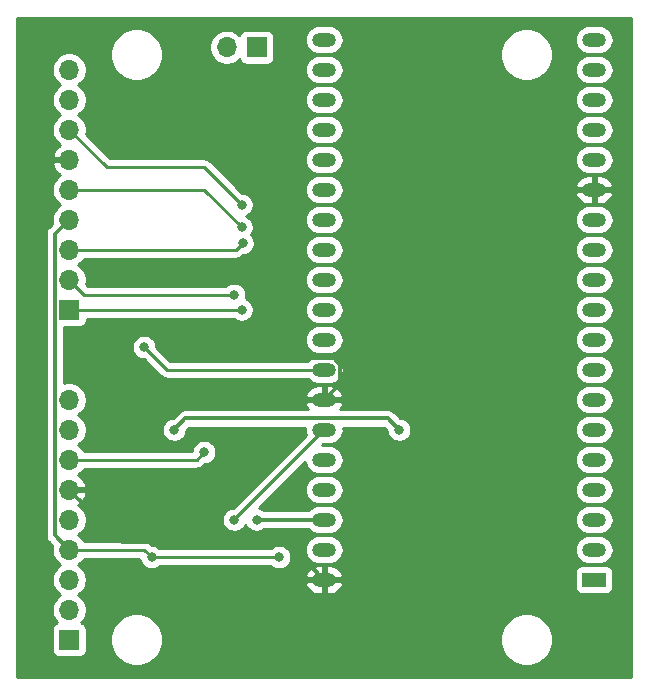
<source format=gbr>
%TF.GenerationSoftware,KiCad,Pcbnew,(5.1.9)-1*%
%TF.CreationDate,2021-06-08T22:15:24-04:00*%
%TF.ProjectId,AtariWiiWifi,41746172-6957-4696-9957-6966692e6b69,rev?*%
%TF.SameCoordinates,Original*%
%TF.FileFunction,Copper,L2,Bot*%
%TF.FilePolarity,Positive*%
%FSLAX46Y46*%
G04 Gerber Fmt 4.6, Leading zero omitted, Abs format (unit mm)*
G04 Created by KiCad (PCBNEW (5.1.9)-1) date 2021-06-08 22:15:24*
%MOMM*%
%LPD*%
G01*
G04 APERTURE LIST*
%TA.AperFunction,ComponentPad*%
%ADD10R,1.700000X1.700000*%
%TD*%
%TA.AperFunction,ComponentPad*%
%ADD11O,1.700000X1.700000*%
%TD*%
%TA.AperFunction,ComponentPad*%
%ADD12O,2.000000X1.200000*%
%TD*%
%TA.AperFunction,ComponentPad*%
%ADD13R,2.000000X1.200000*%
%TD*%
%TA.AperFunction,ViaPad*%
%ADD14C,0.800000*%
%TD*%
%TA.AperFunction,Conductor*%
%ADD15C,0.228600*%
%TD*%
%TA.AperFunction,Conductor*%
%ADD16C,0.304800*%
%TD*%
%TA.AperFunction,Conductor*%
%ADD17C,0.254000*%
%TD*%
%TA.AperFunction,Conductor*%
%ADD18C,0.100000*%
%TD*%
G04 APERTURE END LIST*
D10*
%TO.P,J2A1,1*%
%TO.N,/J2_UP*%
X129540000Y-92710000D03*
D11*
%TO.P,J2A1,2*%
%TO.N,/J2_TRIG*%
X129540000Y-90170000D03*
%TO.P,J2A1,3*%
%TO.N,/J2_DOWN*%
X129540000Y-87630000D03*
%TO.P,J2A1,4*%
%TO.N,+5V*%
X129540000Y-85090000D03*
%TO.P,J2A1,5*%
%TO.N,/J2_LEFT*%
X129540000Y-82550000D03*
%TO.P,J2A1,6*%
%TO.N,GND*%
X129540000Y-80010000D03*
%TO.P,J2A1,7*%
%TO.N,/J2_RIGHT*%
X129540000Y-77470000D03*
%TO.P,J2A1,8*%
%TO.N,/J2_PotA*%
X129540000Y-74930000D03*
%TO.P,J2A1,9*%
%TO.N,/J2_PotB*%
X129540000Y-72390000D03*
%TD*%
%TO.P,J1A1,9*%
%TO.N,/J1_PotB*%
X129540000Y-100330000D03*
%TO.P,J1A1,8*%
%TO.N,/J1_PotA*%
X129540000Y-102870000D03*
%TO.P,J1A1,7*%
%TO.N,/J1_RIGHT*%
X129540000Y-105410000D03*
%TO.P,J1A1,6*%
%TO.N,GND*%
X129540000Y-107950000D03*
%TO.P,J1A1,5*%
%TO.N,/J1_LEFT*%
X129540000Y-110490000D03*
%TO.P,J1A1,4*%
%TO.N,+5V*%
X129540000Y-113030000D03*
%TO.P,J1A1,3*%
%TO.N,/J1_DOWN*%
X129540000Y-115570000D03*
%TO.P,J1A1,2*%
%TO.N,/J1_TRIG*%
X129540000Y-118110000D03*
D10*
%TO.P,J1A1,1*%
%TO.N,/J1_UP*%
X129540000Y-120650000D03*
%TD*%
D12*
%TO.P,U4,38*%
%TO.N,GND*%
X151130000Y-115570000D03*
D13*
%TO.P,U4,1*%
%TO.N,+3V3*%
X173990000Y-115570000D03*
D12*
%TO.P,U4,37*%
%TO.N,Net-(U4-Pad37)*%
X151130000Y-113030000D03*
%TO.P,U4,2*%
%TO.N,Net-(U4-Pad2)*%
X173990000Y-113030000D03*
%TO.P,U4,36*%
%TO.N,/SCL*%
X151130000Y-110490000D03*
%TO.P,U4,3*%
%TO.N,Net-(U4-Pad3)*%
X173990000Y-110490000D03*
%TO.P,U4,35*%
%TO.N,Net-(U4-Pad35)*%
X151130000Y-107950000D03*
%TO.P,U4,4*%
%TO.N,Net-(U4-Pad4)*%
X173990000Y-107950000D03*
%TO.P,U4,34*%
%TO.N,Net-(U4-Pad34)*%
X151130000Y-105410000D03*
%TO.P,U4,5*%
%TO.N,Net-(U4-Pad5)*%
X173990000Y-105410000D03*
%TO.P,U4,33*%
%TO.N,/SDA*%
X151130000Y-102870000D03*
%TO.P,U4,6*%
%TO.N,Net-(U4-Pad6)*%
X173990000Y-102870000D03*
%TO.P,U4,32*%
%TO.N,GND*%
X151130000Y-100330000D03*
%TO.P,U4,7*%
%TO.N,Net-(U4-Pad7)*%
X173990000Y-100330000D03*
%TO.P,U4,31*%
%TO.N,Net-(R2-Pad2)*%
X151130000Y-97790000D03*
%TO.P,U4,8*%
%TO.N,Net-(U4-Pad8)*%
X173990000Y-97790000D03*
%TO.P,U4,30*%
%TO.N,Net-(U4-Pad30)*%
X151130000Y-95250000D03*
%TO.P,U4,9*%
%TO.N,Net-(U4-Pad9)*%
X173990000Y-95250000D03*
%TO.P,U4,29*%
%TO.N,Net-(U4-Pad29)*%
X151130000Y-92710000D03*
%TO.P,U4,10*%
%TO.N,Net-(U4-Pad10)*%
X173990000Y-92710000D03*
%TO.P,U4,28*%
%TO.N,Net-(U4-Pad28)*%
X151130000Y-90170000D03*
%TO.P,U4,11*%
%TO.N,Net-(U4-Pad11)*%
X173990000Y-90170000D03*
%TO.P,U4,27*%
%TO.N,Net-(U4-Pad27)*%
X151130000Y-87630000D03*
%TO.P,U4,12*%
%TO.N,Net-(U4-Pad12)*%
X173990000Y-87630000D03*
%TO.P,U4,26*%
%TO.N,Net-(U4-Pad26)*%
X151130000Y-85090000D03*
%TO.P,U4,13*%
%TO.N,Net-(U4-Pad13)*%
X173990000Y-85090000D03*
%TO.P,U4,25*%
%TO.N,Net-(U4-Pad25)*%
X151130000Y-82550000D03*
%TO.P,U4,14*%
%TO.N,GND*%
X173990000Y-82550000D03*
%TO.P,U4,24*%
%TO.N,Net-(U4-Pad24)*%
X151130000Y-80010000D03*
%TO.P,U4,15*%
%TO.N,Net-(U4-Pad15)*%
X173990000Y-80010000D03*
%TO.P,U4,23*%
%TO.N,Net-(U4-Pad23)*%
X151130000Y-77470000D03*
%TO.P,U4,16*%
%TO.N,Net-(U4-Pad16)*%
X173990000Y-77470000D03*
%TO.P,U4,22*%
%TO.N,Net-(U4-Pad22)*%
X151130000Y-74930000D03*
%TO.P,U4,17*%
%TO.N,Net-(U4-Pad17)*%
X173990000Y-74930000D03*
%TO.P,U4,21*%
%TO.N,Net-(U4-Pad21)*%
X151130000Y-72390000D03*
%TO.P,U4,18*%
%TO.N,Net-(U4-Pad18)*%
X173990000Y-72390000D03*
%TO.P,U4,20*%
%TO.N,Net-(U4-Pad20)*%
X151130000Y-69850000D03*
%TO.P,U4,19*%
%TO.N,Net-(J3-Pad1)*%
X173990000Y-69850000D03*
%TD*%
D11*
%TO.P,J3,2*%
%TO.N,+5V*%
X142875000Y-70485000D03*
D10*
%TO.P,J3,1*%
%TO.N,Net-(J3-Pad1)*%
X145415000Y-70485000D03*
%TD*%
D14*
%TO.N,/J1_RIGHT*%
X140970000Y-104775000D03*
%TO.N,GND*%
X144145000Y-100330000D03*
X151130000Y-118110000D03*
X147320000Y-93980000D03*
%TO.N,/J2_TRIG*%
X143510000Y-91440000D03*
%TO.N,/J2_RIGHT*%
X144145000Y-83820000D03*
%TO.N,/J2_LEFT*%
X144145000Y-85725000D03*
%TO.N,/J2_DOWN*%
X144219378Y-87069378D03*
%TO.N,/J2_UP*%
X144145000Y-92710000D03*
%TO.N,+3V3*%
X138430000Y-102870000D03*
X157480000Y-102870000D03*
%TO.N,Net-(R2-Pad2)*%
X135890000Y-95885000D03*
%TO.N,/SCL*%
X145415000Y-110490000D03*
%TO.N,/SDA*%
X143510004Y-110490000D03*
%TO.N,+5V*%
X136525000Y-113665000D03*
X147320000Y-113665000D03*
%TD*%
D15*
%TO.N,/J1_RIGHT*%
X140335000Y-105410000D02*
X140970000Y-104775000D01*
X129540000Y-105410000D02*
X140335000Y-105410000D01*
D16*
%TO.N,+5V*%
X128334399Y-111824399D02*
X129540000Y-113030000D01*
X128334399Y-86295601D02*
X128334399Y-111824399D01*
X129540000Y-85090000D02*
X128334399Y-86295601D01*
%TO.N,GND*%
X173990000Y-82550000D02*
X165735000Y-82550000D01*
X165735000Y-82550000D02*
X162560000Y-85725000D01*
X162560000Y-85725000D02*
X162560000Y-93345000D01*
X155575000Y-100330000D02*
X151130000Y-100330000D01*
X162560000Y-93345000D02*
X155575000Y-100330000D01*
X151130000Y-100330000D02*
X144145000Y-100330000D01*
X151130000Y-118110000D02*
X151130000Y-115570000D01*
X152485610Y-98974390D02*
X151130000Y-100330000D01*
X152485610Y-97394174D02*
X152485610Y-98974390D01*
X151925826Y-96834390D02*
X152485610Y-97394174D01*
X150174390Y-96834390D02*
X151925826Y-96834390D01*
X147320000Y-93980000D02*
X150174390Y-96834390D01*
X147955000Y-112395000D02*
X151130000Y-115570000D01*
X133985000Y-112395000D02*
X147955000Y-112395000D01*
X129540000Y-107950000D02*
X133985000Y-112395000D01*
D15*
%TO.N,/J2_TRIG*%
X130810000Y-91440000D02*
X129540000Y-90170000D01*
X143510000Y-91440000D02*
X130810000Y-91440000D01*
%TO.N,/J2_RIGHT*%
X144145000Y-83820000D02*
X140970000Y-80645000D01*
X132715000Y-80645000D02*
X129540000Y-77470000D01*
X140970000Y-80645000D02*
X132715000Y-80645000D01*
%TO.N,/J2_LEFT*%
X140970000Y-82550000D02*
X144145000Y-85725000D01*
X129540000Y-82550000D02*
X140970000Y-82550000D01*
%TO.N,/J2_DOWN*%
X143658756Y-87630000D02*
X144219378Y-87069378D01*
X129540000Y-87630000D02*
X143658756Y-87630000D01*
%TO.N,/J2_UP*%
X144145000Y-92710000D02*
X129540000Y-92710000D01*
D16*
%TO.N,+3V3*%
X156524390Y-101914390D02*
X157480000Y-102870000D01*
X139385610Y-101914390D02*
X156524390Y-101914390D01*
X138430000Y-102870000D02*
X139385610Y-101914390D01*
D15*
%TO.N,Net-(R2-Pad2)*%
X151130000Y-97790000D02*
X137795000Y-97790000D01*
X137795000Y-97790000D02*
X135890000Y-95885000D01*
D16*
%TO.N,/SCL*%
X145415000Y-110490000D02*
X151130000Y-110490000D01*
%TO.N,/SDA*%
X151130000Y-102870000D02*
X143510004Y-110489996D01*
X143510004Y-110489996D02*
X143510004Y-110490000D01*
D15*
%TO.N,+5V*%
X135890000Y-113030000D02*
X136525000Y-113665000D01*
X129540000Y-113030000D02*
X135890000Y-113030000D01*
X136525000Y-113665000D02*
X147320000Y-113665000D01*
%TD*%
D17*
%TO.N,GND*%
X177140000Y-123800000D02*
X125120000Y-123800000D01*
X125120000Y-86295601D01*
X127543191Y-86295601D01*
X127546999Y-86334264D01*
X127547000Y-111785726D01*
X127543191Y-111824399D01*
X127558394Y-111978756D01*
X127603417Y-112127181D01*
X127676534Y-112263971D01*
X127774931Y-112383868D01*
X127804972Y-112408522D01*
X128092362Y-112695912D01*
X128055000Y-112883740D01*
X128055000Y-113176260D01*
X128112068Y-113463158D01*
X128224010Y-113733411D01*
X128386525Y-113976632D01*
X128593368Y-114183475D01*
X128767760Y-114300000D01*
X128593368Y-114416525D01*
X128386525Y-114623368D01*
X128224010Y-114866589D01*
X128112068Y-115136842D01*
X128055000Y-115423740D01*
X128055000Y-115716260D01*
X128112068Y-116003158D01*
X128224010Y-116273411D01*
X128386525Y-116516632D01*
X128593368Y-116723475D01*
X128767760Y-116840000D01*
X128593368Y-116956525D01*
X128386525Y-117163368D01*
X128224010Y-117406589D01*
X128112068Y-117676842D01*
X128055000Y-117963740D01*
X128055000Y-118256260D01*
X128112068Y-118543158D01*
X128224010Y-118813411D01*
X128386525Y-119056632D01*
X128518380Y-119188487D01*
X128445820Y-119210498D01*
X128335506Y-119269463D01*
X128238815Y-119348815D01*
X128159463Y-119445506D01*
X128100498Y-119555820D01*
X128064188Y-119675518D01*
X128051928Y-119800000D01*
X128051928Y-121500000D01*
X128064188Y-121624482D01*
X128100498Y-121744180D01*
X128159463Y-121854494D01*
X128238815Y-121951185D01*
X128335506Y-122030537D01*
X128445820Y-122089502D01*
X128565518Y-122125812D01*
X128690000Y-122138072D01*
X130390000Y-122138072D01*
X130514482Y-122125812D01*
X130634180Y-122089502D01*
X130744494Y-122030537D01*
X130841185Y-121951185D01*
X130920537Y-121854494D01*
X130979502Y-121744180D01*
X131015812Y-121624482D01*
X131028072Y-121500000D01*
X131028072Y-120429872D01*
X133020000Y-120429872D01*
X133020000Y-120870128D01*
X133105890Y-121301925D01*
X133274369Y-121708669D01*
X133518962Y-122074729D01*
X133830271Y-122386038D01*
X134196331Y-122630631D01*
X134603075Y-122799110D01*
X135034872Y-122885000D01*
X135475128Y-122885000D01*
X135906925Y-122799110D01*
X136313669Y-122630631D01*
X136679729Y-122386038D01*
X136991038Y-122074729D01*
X137235631Y-121708669D01*
X137404110Y-121301925D01*
X137490000Y-120870128D01*
X137490000Y-120429872D01*
X166040000Y-120429872D01*
X166040000Y-120870128D01*
X166125890Y-121301925D01*
X166294369Y-121708669D01*
X166538962Y-122074729D01*
X166850271Y-122386038D01*
X167216331Y-122630631D01*
X167623075Y-122799110D01*
X168054872Y-122885000D01*
X168495128Y-122885000D01*
X168926925Y-122799110D01*
X169333669Y-122630631D01*
X169699729Y-122386038D01*
X170011038Y-122074729D01*
X170255631Y-121708669D01*
X170424110Y-121301925D01*
X170510000Y-120870128D01*
X170510000Y-120429872D01*
X170424110Y-119998075D01*
X170255631Y-119591331D01*
X170011038Y-119225271D01*
X169699729Y-118913962D01*
X169333669Y-118669369D01*
X168926925Y-118500890D01*
X168495128Y-118415000D01*
X168054872Y-118415000D01*
X167623075Y-118500890D01*
X167216331Y-118669369D01*
X166850271Y-118913962D01*
X166538962Y-119225271D01*
X166294369Y-119591331D01*
X166125890Y-119998075D01*
X166040000Y-120429872D01*
X137490000Y-120429872D01*
X137404110Y-119998075D01*
X137235631Y-119591331D01*
X136991038Y-119225271D01*
X136679729Y-118913962D01*
X136313669Y-118669369D01*
X135906925Y-118500890D01*
X135475128Y-118415000D01*
X135034872Y-118415000D01*
X134603075Y-118500890D01*
X134196331Y-118669369D01*
X133830271Y-118913962D01*
X133518962Y-119225271D01*
X133274369Y-119591331D01*
X133105890Y-119998075D01*
X133020000Y-120429872D01*
X131028072Y-120429872D01*
X131028072Y-119800000D01*
X131015812Y-119675518D01*
X130979502Y-119555820D01*
X130920537Y-119445506D01*
X130841185Y-119348815D01*
X130744494Y-119269463D01*
X130634180Y-119210498D01*
X130561620Y-119188487D01*
X130693475Y-119056632D01*
X130855990Y-118813411D01*
X130967932Y-118543158D01*
X131025000Y-118256260D01*
X131025000Y-117963740D01*
X130967932Y-117676842D01*
X130855990Y-117406589D01*
X130693475Y-117163368D01*
X130486632Y-116956525D01*
X130312240Y-116840000D01*
X130486632Y-116723475D01*
X130693475Y-116516632D01*
X130855990Y-116273411D01*
X130967932Y-116003158D01*
X130990916Y-115887609D01*
X149536538Y-115887609D01*
X149540409Y-115925282D01*
X149632579Y-116150533D01*
X149766922Y-116353474D01*
X149938275Y-116526307D01*
X150140054Y-116662390D01*
X150364504Y-116756493D01*
X150603000Y-116805000D01*
X151003000Y-116805000D01*
X151003000Y-115697000D01*
X151257000Y-115697000D01*
X151257000Y-116805000D01*
X151657000Y-116805000D01*
X151895496Y-116756493D01*
X152119946Y-116662390D01*
X152321725Y-116526307D01*
X152493078Y-116353474D01*
X152627421Y-116150533D01*
X152719591Y-115925282D01*
X152723462Y-115887609D01*
X152598731Y-115697000D01*
X151257000Y-115697000D01*
X151003000Y-115697000D01*
X149661269Y-115697000D01*
X149536538Y-115887609D01*
X130990916Y-115887609D01*
X131025000Y-115716260D01*
X131025000Y-115423740D01*
X130990917Y-115252391D01*
X149536538Y-115252391D01*
X149661269Y-115443000D01*
X151003000Y-115443000D01*
X151003000Y-114335000D01*
X151257000Y-114335000D01*
X151257000Y-115443000D01*
X152598731Y-115443000D01*
X152723462Y-115252391D01*
X152719591Y-115214718D01*
X152627421Y-114989467D01*
X152614535Y-114970000D01*
X172351928Y-114970000D01*
X172351928Y-116170000D01*
X172364188Y-116294482D01*
X172400498Y-116414180D01*
X172459463Y-116524494D01*
X172538815Y-116621185D01*
X172635506Y-116700537D01*
X172745820Y-116759502D01*
X172865518Y-116795812D01*
X172990000Y-116808072D01*
X174990000Y-116808072D01*
X175114482Y-116795812D01*
X175234180Y-116759502D01*
X175344494Y-116700537D01*
X175441185Y-116621185D01*
X175520537Y-116524494D01*
X175579502Y-116414180D01*
X175615812Y-116294482D01*
X175628072Y-116170000D01*
X175628072Y-114970000D01*
X175615812Y-114845518D01*
X175579502Y-114725820D01*
X175520537Y-114615506D01*
X175441185Y-114518815D01*
X175344494Y-114439463D01*
X175234180Y-114380498D01*
X175114482Y-114344188D01*
X174990000Y-114331928D01*
X172990000Y-114331928D01*
X172865518Y-114344188D01*
X172745820Y-114380498D01*
X172635506Y-114439463D01*
X172538815Y-114518815D01*
X172459463Y-114615506D01*
X172400498Y-114725820D01*
X172364188Y-114845518D01*
X172351928Y-114970000D01*
X152614535Y-114970000D01*
X152493078Y-114786526D01*
X152321725Y-114613693D01*
X152119946Y-114477610D01*
X151895496Y-114383507D01*
X151657000Y-114335000D01*
X151257000Y-114335000D01*
X151003000Y-114335000D01*
X150603000Y-114335000D01*
X150364504Y-114383507D01*
X150140054Y-114477610D01*
X149938275Y-114613693D01*
X149766922Y-114786526D01*
X149632579Y-114989467D01*
X149540409Y-115214718D01*
X149536538Y-115252391D01*
X130990917Y-115252391D01*
X130967932Y-115136842D01*
X130855990Y-114866589D01*
X130693475Y-114623368D01*
X130486632Y-114416525D01*
X130312240Y-114300000D01*
X130486632Y-114183475D01*
X130693475Y-113976632D01*
X130825328Y-113779300D01*
X135492459Y-113779300D01*
X135529774Y-113966898D01*
X135607795Y-114155256D01*
X135721063Y-114324774D01*
X135865226Y-114468937D01*
X136034744Y-114582205D01*
X136223102Y-114660226D01*
X136423061Y-114700000D01*
X136626939Y-114700000D01*
X136826898Y-114660226D01*
X137015256Y-114582205D01*
X137184774Y-114468937D01*
X137239411Y-114414300D01*
X146605589Y-114414300D01*
X146660226Y-114468937D01*
X146829744Y-114582205D01*
X147018102Y-114660226D01*
X147218061Y-114700000D01*
X147421939Y-114700000D01*
X147621898Y-114660226D01*
X147810256Y-114582205D01*
X147979774Y-114468937D01*
X148123937Y-114324774D01*
X148237205Y-114155256D01*
X148315226Y-113966898D01*
X148355000Y-113766939D01*
X148355000Y-113563061D01*
X148315226Y-113363102D01*
X148237205Y-113174744D01*
X148140491Y-113030000D01*
X149489025Y-113030000D01*
X149512870Y-113272102D01*
X149583489Y-113504901D01*
X149698167Y-113719449D01*
X149852498Y-113907502D01*
X150040551Y-114061833D01*
X150255099Y-114176511D01*
X150487898Y-114247130D01*
X150669335Y-114265000D01*
X151590665Y-114265000D01*
X151772102Y-114247130D01*
X152004901Y-114176511D01*
X152219449Y-114061833D01*
X152407502Y-113907502D01*
X152561833Y-113719449D01*
X152676511Y-113504901D01*
X152747130Y-113272102D01*
X152770975Y-113030000D01*
X172349025Y-113030000D01*
X172372870Y-113272102D01*
X172443489Y-113504901D01*
X172558167Y-113719449D01*
X172712498Y-113907502D01*
X172900551Y-114061833D01*
X173115099Y-114176511D01*
X173347898Y-114247130D01*
X173529335Y-114265000D01*
X174450665Y-114265000D01*
X174632102Y-114247130D01*
X174864901Y-114176511D01*
X175079449Y-114061833D01*
X175267502Y-113907502D01*
X175421833Y-113719449D01*
X175536511Y-113504901D01*
X175607130Y-113272102D01*
X175630975Y-113030000D01*
X175607130Y-112787898D01*
X175536511Y-112555099D01*
X175421833Y-112340551D01*
X175267502Y-112152498D01*
X175079449Y-111998167D01*
X174864901Y-111883489D01*
X174632102Y-111812870D01*
X174450665Y-111795000D01*
X173529335Y-111795000D01*
X173347898Y-111812870D01*
X173115099Y-111883489D01*
X172900551Y-111998167D01*
X172712498Y-112152498D01*
X172558167Y-112340551D01*
X172443489Y-112555099D01*
X172372870Y-112787898D01*
X172349025Y-113030000D01*
X152770975Y-113030000D01*
X152747130Y-112787898D01*
X152676511Y-112555099D01*
X152561833Y-112340551D01*
X152407502Y-112152498D01*
X152219449Y-111998167D01*
X152004901Y-111883489D01*
X151772102Y-111812870D01*
X151590665Y-111795000D01*
X150669335Y-111795000D01*
X150487898Y-111812870D01*
X150255099Y-111883489D01*
X150040551Y-111998167D01*
X149852498Y-112152498D01*
X149698167Y-112340551D01*
X149583489Y-112555099D01*
X149512870Y-112787898D01*
X149489025Y-113030000D01*
X148140491Y-113030000D01*
X148123937Y-113005226D01*
X147979774Y-112861063D01*
X147810256Y-112747795D01*
X147621898Y-112669774D01*
X147421939Y-112630000D01*
X147218061Y-112630000D01*
X147018102Y-112669774D01*
X146829744Y-112747795D01*
X146660226Y-112861063D01*
X146605589Y-112915700D01*
X137239411Y-112915700D01*
X137184774Y-112861063D01*
X137015256Y-112747795D01*
X136826898Y-112669774D01*
X136626939Y-112630000D01*
X136549669Y-112630000D01*
X136445862Y-112526193D01*
X136422398Y-112497602D01*
X136308303Y-112403966D01*
X136178132Y-112334388D01*
X136036888Y-112291542D01*
X135926806Y-112280700D01*
X135926795Y-112280700D01*
X135890000Y-112277076D01*
X135853205Y-112280700D01*
X130825328Y-112280700D01*
X130693475Y-112083368D01*
X130486632Y-111876525D01*
X130312240Y-111760000D01*
X130486632Y-111643475D01*
X130693475Y-111436632D01*
X130855990Y-111193411D01*
X130967932Y-110923158D01*
X131025000Y-110636260D01*
X131025000Y-110343740D01*
X130967932Y-110056842D01*
X130855990Y-109786589D01*
X130693475Y-109543368D01*
X130486632Y-109336525D01*
X130304466Y-109214805D01*
X130421355Y-109145178D01*
X130637588Y-108950269D01*
X130811641Y-108716920D01*
X130936825Y-108454099D01*
X130981476Y-108306890D01*
X130860155Y-108077000D01*
X129667000Y-108077000D01*
X129667000Y-108097000D01*
X129413000Y-108097000D01*
X129413000Y-108077000D01*
X129393000Y-108077000D01*
X129393000Y-107823000D01*
X129413000Y-107823000D01*
X129413000Y-107803000D01*
X129667000Y-107803000D01*
X129667000Y-107823000D01*
X130860155Y-107823000D01*
X130981476Y-107593110D01*
X130936825Y-107445901D01*
X130811641Y-107183080D01*
X130637588Y-106949731D01*
X130421355Y-106754822D01*
X130304466Y-106685195D01*
X130486632Y-106563475D01*
X130693475Y-106356632D01*
X130825328Y-106159300D01*
X140298205Y-106159300D01*
X140335000Y-106162924D01*
X140371795Y-106159300D01*
X140371806Y-106159300D01*
X140481888Y-106148458D01*
X140623132Y-106105612D01*
X140753303Y-106036034D01*
X140867398Y-105942398D01*
X140890862Y-105913807D01*
X140994669Y-105810000D01*
X141071939Y-105810000D01*
X141271898Y-105770226D01*
X141460256Y-105692205D01*
X141629774Y-105578937D01*
X141773937Y-105434774D01*
X141887205Y-105265256D01*
X141965226Y-105076898D01*
X142005000Y-104876939D01*
X142005000Y-104673061D01*
X141965226Y-104473102D01*
X141887205Y-104284744D01*
X141773937Y-104115226D01*
X141629774Y-103971063D01*
X141460256Y-103857795D01*
X141271898Y-103779774D01*
X141071939Y-103740000D01*
X140868061Y-103740000D01*
X140668102Y-103779774D01*
X140479744Y-103857795D01*
X140310226Y-103971063D01*
X140166063Y-104115226D01*
X140052795Y-104284744D01*
X139974774Y-104473102D01*
X139937459Y-104660700D01*
X130825328Y-104660700D01*
X130693475Y-104463368D01*
X130486632Y-104256525D01*
X130312240Y-104140000D01*
X130486632Y-104023475D01*
X130693475Y-103816632D01*
X130855990Y-103573411D01*
X130967932Y-103303158D01*
X131025000Y-103016260D01*
X131025000Y-102768061D01*
X137395000Y-102768061D01*
X137395000Y-102971939D01*
X137434774Y-103171898D01*
X137512795Y-103360256D01*
X137626063Y-103529774D01*
X137770226Y-103673937D01*
X137939744Y-103787205D01*
X138128102Y-103865226D01*
X138328061Y-103905000D01*
X138531939Y-103905000D01*
X138731898Y-103865226D01*
X138920256Y-103787205D01*
X139089774Y-103673937D01*
X139233937Y-103529774D01*
X139347205Y-103360256D01*
X139425226Y-103171898D01*
X139465000Y-102971939D01*
X139465000Y-102948551D01*
X139711761Y-102701790D01*
X149505592Y-102701790D01*
X149489025Y-102870000D01*
X149512870Y-103112102D01*
X149573727Y-103312721D01*
X143431450Y-109455000D01*
X143408065Y-109455000D01*
X143208106Y-109494774D01*
X143019748Y-109572795D01*
X142850230Y-109686063D01*
X142706067Y-109830226D01*
X142592799Y-109999744D01*
X142514778Y-110188102D01*
X142475004Y-110388061D01*
X142475004Y-110591939D01*
X142514778Y-110791898D01*
X142592799Y-110980256D01*
X142706067Y-111149774D01*
X142850230Y-111293937D01*
X143019748Y-111407205D01*
X143208106Y-111485226D01*
X143408065Y-111525000D01*
X143611943Y-111525000D01*
X143811902Y-111485226D01*
X144000260Y-111407205D01*
X144169778Y-111293937D01*
X144313941Y-111149774D01*
X144427209Y-110980256D01*
X144462502Y-110895052D01*
X144497795Y-110980256D01*
X144611063Y-111149774D01*
X144755226Y-111293937D01*
X144924744Y-111407205D01*
X145113102Y-111485226D01*
X145313061Y-111525000D01*
X145516939Y-111525000D01*
X145716898Y-111485226D01*
X145905256Y-111407205D01*
X146074774Y-111293937D01*
X146091311Y-111277400D01*
X149778553Y-111277400D01*
X149852498Y-111367502D01*
X150040551Y-111521833D01*
X150255099Y-111636511D01*
X150487898Y-111707130D01*
X150669335Y-111725000D01*
X151590665Y-111725000D01*
X151772102Y-111707130D01*
X152004901Y-111636511D01*
X152219449Y-111521833D01*
X152407502Y-111367502D01*
X152561833Y-111179449D01*
X152676511Y-110964901D01*
X152747130Y-110732102D01*
X152770975Y-110490000D01*
X172349025Y-110490000D01*
X172372870Y-110732102D01*
X172443489Y-110964901D01*
X172558167Y-111179449D01*
X172712498Y-111367502D01*
X172900551Y-111521833D01*
X173115099Y-111636511D01*
X173347898Y-111707130D01*
X173529335Y-111725000D01*
X174450665Y-111725000D01*
X174632102Y-111707130D01*
X174864901Y-111636511D01*
X175079449Y-111521833D01*
X175267502Y-111367502D01*
X175421833Y-111179449D01*
X175536511Y-110964901D01*
X175607130Y-110732102D01*
X175630975Y-110490000D01*
X175607130Y-110247898D01*
X175536511Y-110015099D01*
X175421833Y-109800551D01*
X175267502Y-109612498D01*
X175079449Y-109458167D01*
X174864901Y-109343489D01*
X174632102Y-109272870D01*
X174450665Y-109255000D01*
X173529335Y-109255000D01*
X173347898Y-109272870D01*
X173115099Y-109343489D01*
X172900551Y-109458167D01*
X172712498Y-109612498D01*
X172558167Y-109800551D01*
X172443489Y-110015099D01*
X172372870Y-110247898D01*
X172349025Y-110490000D01*
X152770975Y-110490000D01*
X152747130Y-110247898D01*
X152676511Y-110015099D01*
X152561833Y-109800551D01*
X152407502Y-109612498D01*
X152219449Y-109458167D01*
X152004901Y-109343489D01*
X151772102Y-109272870D01*
X151590665Y-109255000D01*
X150669335Y-109255000D01*
X150487898Y-109272870D01*
X150255099Y-109343489D01*
X150040551Y-109458167D01*
X149852498Y-109612498D01*
X149778553Y-109702600D01*
X146091311Y-109702600D01*
X146074774Y-109686063D01*
X145905256Y-109572795D01*
X145716898Y-109494774D01*
X145635056Y-109478495D01*
X147163551Y-107950000D01*
X149489025Y-107950000D01*
X149512870Y-108192102D01*
X149583489Y-108424901D01*
X149698167Y-108639449D01*
X149852498Y-108827502D01*
X150040551Y-108981833D01*
X150255099Y-109096511D01*
X150487898Y-109167130D01*
X150669335Y-109185000D01*
X151590665Y-109185000D01*
X151772102Y-109167130D01*
X152004901Y-109096511D01*
X152219449Y-108981833D01*
X152407502Y-108827502D01*
X152561833Y-108639449D01*
X152676511Y-108424901D01*
X152747130Y-108192102D01*
X152770975Y-107950000D01*
X172349025Y-107950000D01*
X172372870Y-108192102D01*
X172443489Y-108424901D01*
X172558167Y-108639449D01*
X172712498Y-108827502D01*
X172900551Y-108981833D01*
X173115099Y-109096511D01*
X173347898Y-109167130D01*
X173529335Y-109185000D01*
X174450665Y-109185000D01*
X174632102Y-109167130D01*
X174864901Y-109096511D01*
X175079449Y-108981833D01*
X175267502Y-108827502D01*
X175421833Y-108639449D01*
X175536511Y-108424901D01*
X175607130Y-108192102D01*
X175630975Y-107950000D01*
X175607130Y-107707898D01*
X175536511Y-107475099D01*
X175421833Y-107260551D01*
X175267502Y-107072498D01*
X175079449Y-106918167D01*
X174864901Y-106803489D01*
X174632102Y-106732870D01*
X174450665Y-106715000D01*
X173529335Y-106715000D01*
X173347898Y-106732870D01*
X173115099Y-106803489D01*
X172900551Y-106918167D01*
X172712498Y-107072498D01*
X172558167Y-107260551D01*
X172443489Y-107475099D01*
X172372870Y-107707898D01*
X172349025Y-107950000D01*
X152770975Y-107950000D01*
X152747130Y-107707898D01*
X152676511Y-107475099D01*
X152561833Y-107260551D01*
X152407502Y-107072498D01*
X152219449Y-106918167D01*
X152004901Y-106803489D01*
X151772102Y-106732870D01*
X151590665Y-106715000D01*
X150669335Y-106715000D01*
X150487898Y-106732870D01*
X150255099Y-106803489D01*
X150040551Y-106918167D01*
X149852498Y-107072498D01*
X149698167Y-107260551D01*
X149583489Y-107475099D01*
X149512870Y-107707898D01*
X149489025Y-107950000D01*
X147163551Y-107950000D01*
X149508260Y-105605292D01*
X149512870Y-105652102D01*
X149583489Y-105884901D01*
X149698167Y-106099449D01*
X149852498Y-106287502D01*
X150040551Y-106441833D01*
X150255099Y-106556511D01*
X150487898Y-106627130D01*
X150669335Y-106645000D01*
X151590665Y-106645000D01*
X151772102Y-106627130D01*
X152004901Y-106556511D01*
X152219449Y-106441833D01*
X152407502Y-106287502D01*
X152561833Y-106099449D01*
X152676511Y-105884901D01*
X152747130Y-105652102D01*
X152770975Y-105410000D01*
X172349025Y-105410000D01*
X172372870Y-105652102D01*
X172443489Y-105884901D01*
X172558167Y-106099449D01*
X172712498Y-106287502D01*
X172900551Y-106441833D01*
X173115099Y-106556511D01*
X173347898Y-106627130D01*
X173529335Y-106645000D01*
X174450665Y-106645000D01*
X174632102Y-106627130D01*
X174864901Y-106556511D01*
X175079449Y-106441833D01*
X175267502Y-106287502D01*
X175421833Y-106099449D01*
X175536511Y-105884901D01*
X175607130Y-105652102D01*
X175630975Y-105410000D01*
X175607130Y-105167898D01*
X175536511Y-104935099D01*
X175421833Y-104720551D01*
X175267502Y-104532498D01*
X175079449Y-104378167D01*
X174864901Y-104263489D01*
X174632102Y-104192870D01*
X174450665Y-104175000D01*
X173529335Y-104175000D01*
X173347898Y-104192870D01*
X173115099Y-104263489D01*
X172900551Y-104378167D01*
X172712498Y-104532498D01*
X172558167Y-104720551D01*
X172443489Y-104935099D01*
X172372870Y-105167898D01*
X172349025Y-105410000D01*
X152770975Y-105410000D01*
X152747130Y-105167898D01*
X152676511Y-104935099D01*
X152561833Y-104720551D01*
X152407502Y-104532498D01*
X152219449Y-104378167D01*
X152004901Y-104263489D01*
X151772102Y-104192870D01*
X151590665Y-104175000D01*
X150938552Y-104175000D01*
X151008552Y-104105000D01*
X151590665Y-104105000D01*
X151772102Y-104087130D01*
X152004901Y-104016511D01*
X152219449Y-103901833D01*
X152407502Y-103747502D01*
X152561833Y-103559449D01*
X152676511Y-103344901D01*
X152747130Y-103112102D01*
X152770975Y-102870000D01*
X152754408Y-102701790D01*
X156198239Y-102701790D01*
X156445000Y-102948551D01*
X156445000Y-102971939D01*
X156484774Y-103171898D01*
X156562795Y-103360256D01*
X156676063Y-103529774D01*
X156820226Y-103673937D01*
X156989744Y-103787205D01*
X157178102Y-103865226D01*
X157378061Y-103905000D01*
X157581939Y-103905000D01*
X157781898Y-103865226D01*
X157970256Y-103787205D01*
X158139774Y-103673937D01*
X158283937Y-103529774D01*
X158397205Y-103360256D01*
X158475226Y-103171898D01*
X158515000Y-102971939D01*
X158515000Y-102870000D01*
X172349025Y-102870000D01*
X172372870Y-103112102D01*
X172443489Y-103344901D01*
X172558167Y-103559449D01*
X172712498Y-103747502D01*
X172900551Y-103901833D01*
X173115099Y-104016511D01*
X173347898Y-104087130D01*
X173529335Y-104105000D01*
X174450665Y-104105000D01*
X174632102Y-104087130D01*
X174864901Y-104016511D01*
X175079449Y-103901833D01*
X175267502Y-103747502D01*
X175421833Y-103559449D01*
X175536511Y-103344901D01*
X175607130Y-103112102D01*
X175630975Y-102870000D01*
X175607130Y-102627898D01*
X175536511Y-102395099D01*
X175421833Y-102180551D01*
X175267502Y-101992498D01*
X175079449Y-101838167D01*
X174864901Y-101723489D01*
X174632102Y-101652870D01*
X174450665Y-101635000D01*
X173529335Y-101635000D01*
X173347898Y-101652870D01*
X173115099Y-101723489D01*
X172900551Y-101838167D01*
X172712498Y-101992498D01*
X172558167Y-102180551D01*
X172443489Y-102395099D01*
X172372870Y-102627898D01*
X172349025Y-102870000D01*
X158515000Y-102870000D01*
X158515000Y-102768061D01*
X158475226Y-102568102D01*
X158397205Y-102379744D01*
X158283937Y-102210226D01*
X158139774Y-102066063D01*
X157970256Y-101952795D01*
X157781898Y-101874774D01*
X157581939Y-101835000D01*
X157558551Y-101835000D01*
X157108517Y-101384967D01*
X157083859Y-101354921D01*
X156963962Y-101256524D01*
X156827173Y-101183408D01*
X156678747Y-101138384D01*
X156563063Y-101126990D01*
X156563053Y-101126990D01*
X156524390Y-101123182D01*
X156485727Y-101126990D01*
X152479678Y-101126990D01*
X152493078Y-101113474D01*
X152627421Y-100910533D01*
X152719591Y-100685282D01*
X152723462Y-100647609D01*
X152598731Y-100457000D01*
X151257000Y-100457000D01*
X151257000Y-100477000D01*
X151003000Y-100477000D01*
X151003000Y-100457000D01*
X149661269Y-100457000D01*
X149536538Y-100647609D01*
X149540409Y-100685282D01*
X149632579Y-100910533D01*
X149766922Y-101113474D01*
X149780322Y-101126990D01*
X139424275Y-101126990D01*
X139385610Y-101123182D01*
X139346945Y-101126990D01*
X139346937Y-101126990D01*
X139231253Y-101138384D01*
X139082827Y-101183408D01*
X138946038Y-101256524D01*
X138856180Y-101330268D01*
X138856177Y-101330271D01*
X138826141Y-101354921D01*
X138801491Y-101384957D01*
X138351449Y-101835000D01*
X138328061Y-101835000D01*
X138128102Y-101874774D01*
X137939744Y-101952795D01*
X137770226Y-102066063D01*
X137626063Y-102210226D01*
X137512795Y-102379744D01*
X137434774Y-102568102D01*
X137395000Y-102768061D01*
X131025000Y-102768061D01*
X131025000Y-102723740D01*
X130967932Y-102436842D01*
X130855990Y-102166589D01*
X130693475Y-101923368D01*
X130486632Y-101716525D01*
X130312240Y-101600000D01*
X130486632Y-101483475D01*
X130693475Y-101276632D01*
X130855990Y-101033411D01*
X130967932Y-100763158D01*
X131025000Y-100476260D01*
X131025000Y-100330000D01*
X172349025Y-100330000D01*
X172372870Y-100572102D01*
X172443489Y-100804901D01*
X172558167Y-101019449D01*
X172712498Y-101207502D01*
X172900551Y-101361833D01*
X173115099Y-101476511D01*
X173347898Y-101547130D01*
X173529335Y-101565000D01*
X174450665Y-101565000D01*
X174632102Y-101547130D01*
X174864901Y-101476511D01*
X175079449Y-101361833D01*
X175267502Y-101207502D01*
X175421833Y-101019449D01*
X175536511Y-100804901D01*
X175607130Y-100572102D01*
X175630975Y-100330000D01*
X175607130Y-100087898D01*
X175536511Y-99855099D01*
X175421833Y-99640551D01*
X175267502Y-99452498D01*
X175079449Y-99298167D01*
X174864901Y-99183489D01*
X174632102Y-99112870D01*
X174450665Y-99095000D01*
X173529335Y-99095000D01*
X173347898Y-99112870D01*
X173115099Y-99183489D01*
X172900551Y-99298167D01*
X172712498Y-99452498D01*
X172558167Y-99640551D01*
X172443489Y-99855099D01*
X172372870Y-100087898D01*
X172349025Y-100330000D01*
X131025000Y-100330000D01*
X131025000Y-100183740D01*
X130990917Y-100012391D01*
X149536538Y-100012391D01*
X149661269Y-100203000D01*
X151003000Y-100203000D01*
X151003000Y-99095000D01*
X151257000Y-99095000D01*
X151257000Y-100203000D01*
X152598731Y-100203000D01*
X152723462Y-100012391D01*
X152719591Y-99974718D01*
X152627421Y-99749467D01*
X152493078Y-99546526D01*
X152321725Y-99373693D01*
X152119946Y-99237610D01*
X151895496Y-99143507D01*
X151657000Y-99095000D01*
X151257000Y-99095000D01*
X151003000Y-99095000D01*
X150603000Y-99095000D01*
X150364504Y-99143507D01*
X150140054Y-99237610D01*
X149938275Y-99373693D01*
X149766922Y-99546526D01*
X149632579Y-99749467D01*
X149540409Y-99974718D01*
X149536538Y-100012391D01*
X130990917Y-100012391D01*
X130967932Y-99896842D01*
X130855990Y-99626589D01*
X130693475Y-99383368D01*
X130486632Y-99176525D01*
X130243411Y-99014010D01*
X129973158Y-98902068D01*
X129686260Y-98845000D01*
X129393740Y-98845000D01*
X129121799Y-98899093D01*
X129121799Y-95783061D01*
X134855000Y-95783061D01*
X134855000Y-95986939D01*
X134894774Y-96186898D01*
X134972795Y-96375256D01*
X135086063Y-96544774D01*
X135230226Y-96688937D01*
X135399744Y-96802205D01*
X135588102Y-96880226D01*
X135788061Y-96920000D01*
X135865331Y-96920000D01*
X137239141Y-98293811D01*
X137262602Y-98322398D01*
X137291188Y-98345858D01*
X137291190Y-98345860D01*
X137376696Y-98416034D01*
X137495338Y-98479449D01*
X137506868Y-98485612D01*
X137648112Y-98528458D01*
X137758194Y-98539300D01*
X137758204Y-98539300D01*
X137795000Y-98542924D01*
X137831796Y-98539300D01*
X149747285Y-98539300D01*
X149852498Y-98667502D01*
X150040551Y-98821833D01*
X150255099Y-98936511D01*
X150487898Y-99007130D01*
X150669335Y-99025000D01*
X151590665Y-99025000D01*
X151772102Y-99007130D01*
X152004901Y-98936511D01*
X152219449Y-98821833D01*
X152407502Y-98667502D01*
X152561833Y-98479449D01*
X152676511Y-98264901D01*
X152747130Y-98032102D01*
X152770975Y-97790000D01*
X172349025Y-97790000D01*
X172372870Y-98032102D01*
X172443489Y-98264901D01*
X172558167Y-98479449D01*
X172712498Y-98667502D01*
X172900551Y-98821833D01*
X173115099Y-98936511D01*
X173347898Y-99007130D01*
X173529335Y-99025000D01*
X174450665Y-99025000D01*
X174632102Y-99007130D01*
X174864901Y-98936511D01*
X175079449Y-98821833D01*
X175267502Y-98667502D01*
X175421833Y-98479449D01*
X175536511Y-98264901D01*
X175607130Y-98032102D01*
X175630975Y-97790000D01*
X175607130Y-97547898D01*
X175536511Y-97315099D01*
X175421833Y-97100551D01*
X175267502Y-96912498D01*
X175079449Y-96758167D01*
X174864901Y-96643489D01*
X174632102Y-96572870D01*
X174450665Y-96555000D01*
X173529335Y-96555000D01*
X173347898Y-96572870D01*
X173115099Y-96643489D01*
X172900551Y-96758167D01*
X172712498Y-96912498D01*
X172558167Y-97100551D01*
X172443489Y-97315099D01*
X172372870Y-97547898D01*
X172349025Y-97790000D01*
X152770975Y-97790000D01*
X152747130Y-97547898D01*
X152676511Y-97315099D01*
X152561833Y-97100551D01*
X152407502Y-96912498D01*
X152219449Y-96758167D01*
X152004901Y-96643489D01*
X151772102Y-96572870D01*
X151590665Y-96555000D01*
X150669335Y-96555000D01*
X150487898Y-96572870D01*
X150255099Y-96643489D01*
X150040551Y-96758167D01*
X149852498Y-96912498D01*
X149747285Y-97040700D01*
X138105370Y-97040700D01*
X136925000Y-95860331D01*
X136925000Y-95783061D01*
X136885226Y-95583102D01*
X136807205Y-95394744D01*
X136710491Y-95250000D01*
X149489025Y-95250000D01*
X149512870Y-95492102D01*
X149583489Y-95724901D01*
X149698167Y-95939449D01*
X149852498Y-96127502D01*
X150040551Y-96281833D01*
X150255099Y-96396511D01*
X150487898Y-96467130D01*
X150669335Y-96485000D01*
X151590665Y-96485000D01*
X151772102Y-96467130D01*
X152004901Y-96396511D01*
X152219449Y-96281833D01*
X152407502Y-96127502D01*
X152561833Y-95939449D01*
X152676511Y-95724901D01*
X152747130Y-95492102D01*
X152770975Y-95250000D01*
X172349025Y-95250000D01*
X172372870Y-95492102D01*
X172443489Y-95724901D01*
X172558167Y-95939449D01*
X172712498Y-96127502D01*
X172900551Y-96281833D01*
X173115099Y-96396511D01*
X173347898Y-96467130D01*
X173529335Y-96485000D01*
X174450665Y-96485000D01*
X174632102Y-96467130D01*
X174864901Y-96396511D01*
X175079449Y-96281833D01*
X175267502Y-96127502D01*
X175421833Y-95939449D01*
X175536511Y-95724901D01*
X175607130Y-95492102D01*
X175630975Y-95250000D01*
X175607130Y-95007898D01*
X175536511Y-94775099D01*
X175421833Y-94560551D01*
X175267502Y-94372498D01*
X175079449Y-94218167D01*
X174864901Y-94103489D01*
X174632102Y-94032870D01*
X174450665Y-94015000D01*
X173529335Y-94015000D01*
X173347898Y-94032870D01*
X173115099Y-94103489D01*
X172900551Y-94218167D01*
X172712498Y-94372498D01*
X172558167Y-94560551D01*
X172443489Y-94775099D01*
X172372870Y-95007898D01*
X172349025Y-95250000D01*
X152770975Y-95250000D01*
X152747130Y-95007898D01*
X152676511Y-94775099D01*
X152561833Y-94560551D01*
X152407502Y-94372498D01*
X152219449Y-94218167D01*
X152004901Y-94103489D01*
X151772102Y-94032870D01*
X151590665Y-94015000D01*
X150669335Y-94015000D01*
X150487898Y-94032870D01*
X150255099Y-94103489D01*
X150040551Y-94218167D01*
X149852498Y-94372498D01*
X149698167Y-94560551D01*
X149583489Y-94775099D01*
X149512870Y-95007898D01*
X149489025Y-95250000D01*
X136710491Y-95250000D01*
X136693937Y-95225226D01*
X136549774Y-95081063D01*
X136380256Y-94967795D01*
X136191898Y-94889774D01*
X135991939Y-94850000D01*
X135788061Y-94850000D01*
X135588102Y-94889774D01*
X135399744Y-94967795D01*
X135230226Y-95081063D01*
X135086063Y-95225226D01*
X134972795Y-95394744D01*
X134894774Y-95583102D01*
X134855000Y-95783061D01*
X129121799Y-95783061D01*
X129121799Y-94198072D01*
X130390000Y-94198072D01*
X130514482Y-94185812D01*
X130634180Y-94149502D01*
X130744494Y-94090537D01*
X130841185Y-94011185D01*
X130920537Y-93914494D01*
X130979502Y-93804180D01*
X131015812Y-93684482D01*
X131028072Y-93560000D01*
X131028072Y-93459300D01*
X143430589Y-93459300D01*
X143485226Y-93513937D01*
X143654744Y-93627205D01*
X143843102Y-93705226D01*
X144043061Y-93745000D01*
X144246939Y-93745000D01*
X144446898Y-93705226D01*
X144635256Y-93627205D01*
X144804774Y-93513937D01*
X144948937Y-93369774D01*
X145062205Y-93200256D01*
X145140226Y-93011898D01*
X145180000Y-92811939D01*
X145180000Y-92710000D01*
X149489025Y-92710000D01*
X149512870Y-92952102D01*
X149583489Y-93184901D01*
X149698167Y-93399449D01*
X149852498Y-93587502D01*
X150040551Y-93741833D01*
X150255099Y-93856511D01*
X150487898Y-93927130D01*
X150669335Y-93945000D01*
X151590665Y-93945000D01*
X151772102Y-93927130D01*
X152004901Y-93856511D01*
X152219449Y-93741833D01*
X152407502Y-93587502D01*
X152561833Y-93399449D01*
X152676511Y-93184901D01*
X152747130Y-92952102D01*
X152770975Y-92710000D01*
X172349025Y-92710000D01*
X172372870Y-92952102D01*
X172443489Y-93184901D01*
X172558167Y-93399449D01*
X172712498Y-93587502D01*
X172900551Y-93741833D01*
X173115099Y-93856511D01*
X173347898Y-93927130D01*
X173529335Y-93945000D01*
X174450665Y-93945000D01*
X174632102Y-93927130D01*
X174864901Y-93856511D01*
X175079449Y-93741833D01*
X175267502Y-93587502D01*
X175421833Y-93399449D01*
X175536511Y-93184901D01*
X175607130Y-92952102D01*
X175630975Y-92710000D01*
X175607130Y-92467898D01*
X175536511Y-92235099D01*
X175421833Y-92020551D01*
X175267502Y-91832498D01*
X175079449Y-91678167D01*
X174864901Y-91563489D01*
X174632102Y-91492870D01*
X174450665Y-91475000D01*
X173529335Y-91475000D01*
X173347898Y-91492870D01*
X173115099Y-91563489D01*
X172900551Y-91678167D01*
X172712498Y-91832498D01*
X172558167Y-92020551D01*
X172443489Y-92235099D01*
X172372870Y-92467898D01*
X172349025Y-92710000D01*
X152770975Y-92710000D01*
X152747130Y-92467898D01*
X152676511Y-92235099D01*
X152561833Y-92020551D01*
X152407502Y-91832498D01*
X152219449Y-91678167D01*
X152004901Y-91563489D01*
X151772102Y-91492870D01*
X151590665Y-91475000D01*
X150669335Y-91475000D01*
X150487898Y-91492870D01*
X150255099Y-91563489D01*
X150040551Y-91678167D01*
X149852498Y-91832498D01*
X149698167Y-92020551D01*
X149583489Y-92235099D01*
X149512870Y-92467898D01*
X149489025Y-92710000D01*
X145180000Y-92710000D01*
X145180000Y-92608061D01*
X145140226Y-92408102D01*
X145062205Y-92219744D01*
X144948937Y-92050226D01*
X144804774Y-91906063D01*
X144635256Y-91792795D01*
X144505771Y-91739160D01*
X144545000Y-91541939D01*
X144545000Y-91338061D01*
X144505226Y-91138102D01*
X144427205Y-90949744D01*
X144313937Y-90780226D01*
X144169774Y-90636063D01*
X144000256Y-90522795D01*
X143811898Y-90444774D01*
X143611939Y-90405000D01*
X143408061Y-90405000D01*
X143208102Y-90444774D01*
X143019744Y-90522795D01*
X142850226Y-90636063D01*
X142795589Y-90690700D01*
X131120370Y-90690700D01*
X130978699Y-90549029D01*
X131025000Y-90316260D01*
X131025000Y-90170000D01*
X149489025Y-90170000D01*
X149512870Y-90412102D01*
X149583489Y-90644901D01*
X149698167Y-90859449D01*
X149852498Y-91047502D01*
X150040551Y-91201833D01*
X150255099Y-91316511D01*
X150487898Y-91387130D01*
X150669335Y-91405000D01*
X151590665Y-91405000D01*
X151772102Y-91387130D01*
X152004901Y-91316511D01*
X152219449Y-91201833D01*
X152407502Y-91047502D01*
X152561833Y-90859449D01*
X152676511Y-90644901D01*
X152747130Y-90412102D01*
X152770975Y-90170000D01*
X172349025Y-90170000D01*
X172372870Y-90412102D01*
X172443489Y-90644901D01*
X172558167Y-90859449D01*
X172712498Y-91047502D01*
X172900551Y-91201833D01*
X173115099Y-91316511D01*
X173347898Y-91387130D01*
X173529335Y-91405000D01*
X174450665Y-91405000D01*
X174632102Y-91387130D01*
X174864901Y-91316511D01*
X175079449Y-91201833D01*
X175267502Y-91047502D01*
X175421833Y-90859449D01*
X175536511Y-90644901D01*
X175607130Y-90412102D01*
X175630975Y-90170000D01*
X175607130Y-89927898D01*
X175536511Y-89695099D01*
X175421833Y-89480551D01*
X175267502Y-89292498D01*
X175079449Y-89138167D01*
X174864901Y-89023489D01*
X174632102Y-88952870D01*
X174450665Y-88935000D01*
X173529335Y-88935000D01*
X173347898Y-88952870D01*
X173115099Y-89023489D01*
X172900551Y-89138167D01*
X172712498Y-89292498D01*
X172558167Y-89480551D01*
X172443489Y-89695099D01*
X172372870Y-89927898D01*
X172349025Y-90170000D01*
X152770975Y-90170000D01*
X152747130Y-89927898D01*
X152676511Y-89695099D01*
X152561833Y-89480551D01*
X152407502Y-89292498D01*
X152219449Y-89138167D01*
X152004901Y-89023489D01*
X151772102Y-88952870D01*
X151590665Y-88935000D01*
X150669335Y-88935000D01*
X150487898Y-88952870D01*
X150255099Y-89023489D01*
X150040551Y-89138167D01*
X149852498Y-89292498D01*
X149698167Y-89480551D01*
X149583489Y-89695099D01*
X149512870Y-89927898D01*
X149489025Y-90170000D01*
X131025000Y-90170000D01*
X131025000Y-90023740D01*
X130967932Y-89736842D01*
X130855990Y-89466589D01*
X130693475Y-89223368D01*
X130486632Y-89016525D01*
X130312240Y-88900000D01*
X130486632Y-88783475D01*
X130693475Y-88576632D01*
X130825328Y-88379300D01*
X143621961Y-88379300D01*
X143658756Y-88382924D01*
X143695551Y-88379300D01*
X143695562Y-88379300D01*
X143805644Y-88368458D01*
X143946888Y-88325612D01*
X144077059Y-88256034D01*
X144191154Y-88162398D01*
X144214619Y-88133806D01*
X144244047Y-88104378D01*
X144321317Y-88104378D01*
X144521276Y-88064604D01*
X144709634Y-87986583D01*
X144879152Y-87873315D01*
X145023315Y-87729152D01*
X145089566Y-87630000D01*
X149489025Y-87630000D01*
X149512870Y-87872102D01*
X149583489Y-88104901D01*
X149698167Y-88319449D01*
X149852498Y-88507502D01*
X150040551Y-88661833D01*
X150255099Y-88776511D01*
X150487898Y-88847130D01*
X150669335Y-88865000D01*
X151590665Y-88865000D01*
X151772102Y-88847130D01*
X152004901Y-88776511D01*
X152219449Y-88661833D01*
X152407502Y-88507502D01*
X152561833Y-88319449D01*
X152676511Y-88104901D01*
X152747130Y-87872102D01*
X152770975Y-87630000D01*
X172349025Y-87630000D01*
X172372870Y-87872102D01*
X172443489Y-88104901D01*
X172558167Y-88319449D01*
X172712498Y-88507502D01*
X172900551Y-88661833D01*
X173115099Y-88776511D01*
X173347898Y-88847130D01*
X173529335Y-88865000D01*
X174450665Y-88865000D01*
X174632102Y-88847130D01*
X174864901Y-88776511D01*
X175079449Y-88661833D01*
X175267502Y-88507502D01*
X175421833Y-88319449D01*
X175536511Y-88104901D01*
X175607130Y-87872102D01*
X175630975Y-87630000D01*
X175607130Y-87387898D01*
X175536511Y-87155099D01*
X175421833Y-86940551D01*
X175267502Y-86752498D01*
X175079449Y-86598167D01*
X174864901Y-86483489D01*
X174632102Y-86412870D01*
X174450665Y-86395000D01*
X173529335Y-86395000D01*
X173347898Y-86412870D01*
X173115099Y-86483489D01*
X172900551Y-86598167D01*
X172712498Y-86752498D01*
X172558167Y-86940551D01*
X172443489Y-87155099D01*
X172372870Y-87387898D01*
X172349025Y-87630000D01*
X152770975Y-87630000D01*
X152747130Y-87387898D01*
X152676511Y-87155099D01*
X152561833Y-86940551D01*
X152407502Y-86752498D01*
X152219449Y-86598167D01*
X152004901Y-86483489D01*
X151772102Y-86412870D01*
X151590665Y-86395000D01*
X150669335Y-86395000D01*
X150487898Y-86412870D01*
X150255099Y-86483489D01*
X150040551Y-86598167D01*
X149852498Y-86752498D01*
X149698167Y-86940551D01*
X149583489Y-87155099D01*
X149512870Y-87387898D01*
X149489025Y-87630000D01*
X145089566Y-87630000D01*
X145136583Y-87559634D01*
X145214604Y-87371276D01*
X145254378Y-87171317D01*
X145254378Y-86967439D01*
X145214604Y-86767480D01*
X145136583Y-86579122D01*
X145023315Y-86409604D01*
X144968783Y-86355072D01*
X145062205Y-86215256D01*
X145140226Y-86026898D01*
X145180000Y-85826939D01*
X145180000Y-85623061D01*
X145140226Y-85423102D01*
X145062205Y-85234744D01*
X144965491Y-85090000D01*
X149489025Y-85090000D01*
X149512870Y-85332102D01*
X149583489Y-85564901D01*
X149698167Y-85779449D01*
X149852498Y-85967502D01*
X150040551Y-86121833D01*
X150255099Y-86236511D01*
X150487898Y-86307130D01*
X150669335Y-86325000D01*
X151590665Y-86325000D01*
X151772102Y-86307130D01*
X152004901Y-86236511D01*
X152219449Y-86121833D01*
X152407502Y-85967502D01*
X152561833Y-85779449D01*
X152676511Y-85564901D01*
X152747130Y-85332102D01*
X152770975Y-85090000D01*
X172349025Y-85090000D01*
X172372870Y-85332102D01*
X172443489Y-85564901D01*
X172558167Y-85779449D01*
X172712498Y-85967502D01*
X172900551Y-86121833D01*
X173115099Y-86236511D01*
X173347898Y-86307130D01*
X173529335Y-86325000D01*
X174450665Y-86325000D01*
X174632102Y-86307130D01*
X174864901Y-86236511D01*
X175079449Y-86121833D01*
X175267502Y-85967502D01*
X175421833Y-85779449D01*
X175536511Y-85564901D01*
X175607130Y-85332102D01*
X175630975Y-85090000D01*
X175607130Y-84847898D01*
X175536511Y-84615099D01*
X175421833Y-84400551D01*
X175267502Y-84212498D01*
X175079449Y-84058167D01*
X174864901Y-83943489D01*
X174632102Y-83872870D01*
X174450665Y-83855000D01*
X173529335Y-83855000D01*
X173347898Y-83872870D01*
X173115099Y-83943489D01*
X172900551Y-84058167D01*
X172712498Y-84212498D01*
X172558167Y-84400551D01*
X172443489Y-84615099D01*
X172372870Y-84847898D01*
X172349025Y-85090000D01*
X152770975Y-85090000D01*
X152747130Y-84847898D01*
X152676511Y-84615099D01*
X152561833Y-84400551D01*
X152407502Y-84212498D01*
X152219449Y-84058167D01*
X152004901Y-83943489D01*
X151772102Y-83872870D01*
X151590665Y-83855000D01*
X150669335Y-83855000D01*
X150487898Y-83872870D01*
X150255099Y-83943489D01*
X150040551Y-84058167D01*
X149852498Y-84212498D01*
X149698167Y-84400551D01*
X149583489Y-84615099D01*
X149512870Y-84847898D01*
X149489025Y-85090000D01*
X144965491Y-85090000D01*
X144948937Y-85065226D01*
X144804774Y-84921063D01*
X144635256Y-84807795D01*
X144550047Y-84772500D01*
X144635256Y-84737205D01*
X144804774Y-84623937D01*
X144948937Y-84479774D01*
X145062205Y-84310256D01*
X145140226Y-84121898D01*
X145180000Y-83921939D01*
X145180000Y-83718061D01*
X145140226Y-83518102D01*
X145062205Y-83329744D01*
X144948937Y-83160226D01*
X144804774Y-83016063D01*
X144635256Y-82902795D01*
X144446898Y-82824774D01*
X144246939Y-82785000D01*
X144169670Y-82785000D01*
X143934670Y-82550000D01*
X149489025Y-82550000D01*
X149512870Y-82792102D01*
X149583489Y-83024901D01*
X149698167Y-83239449D01*
X149852498Y-83427502D01*
X150040551Y-83581833D01*
X150255099Y-83696511D01*
X150487898Y-83767130D01*
X150669335Y-83785000D01*
X151590665Y-83785000D01*
X151772102Y-83767130D01*
X152004901Y-83696511D01*
X152219449Y-83581833D01*
X152407502Y-83427502D01*
X152561833Y-83239449D01*
X152676511Y-83024901D01*
X152724225Y-82867609D01*
X172396538Y-82867609D01*
X172400409Y-82905282D01*
X172492579Y-83130533D01*
X172626922Y-83333474D01*
X172798275Y-83506307D01*
X173000054Y-83642390D01*
X173224504Y-83736493D01*
X173463000Y-83785000D01*
X173863000Y-83785000D01*
X173863000Y-82677000D01*
X174117000Y-82677000D01*
X174117000Y-83785000D01*
X174517000Y-83785000D01*
X174755496Y-83736493D01*
X174979946Y-83642390D01*
X175181725Y-83506307D01*
X175353078Y-83333474D01*
X175487421Y-83130533D01*
X175579591Y-82905282D01*
X175583462Y-82867609D01*
X175458731Y-82677000D01*
X174117000Y-82677000D01*
X173863000Y-82677000D01*
X172521269Y-82677000D01*
X172396538Y-82867609D01*
X152724225Y-82867609D01*
X152747130Y-82792102D01*
X152770975Y-82550000D01*
X152747130Y-82307898D01*
X152724226Y-82232391D01*
X172396538Y-82232391D01*
X172521269Y-82423000D01*
X173863000Y-82423000D01*
X173863000Y-81315000D01*
X174117000Y-81315000D01*
X174117000Y-82423000D01*
X175458731Y-82423000D01*
X175583462Y-82232391D01*
X175579591Y-82194718D01*
X175487421Y-81969467D01*
X175353078Y-81766526D01*
X175181725Y-81593693D01*
X174979946Y-81457610D01*
X174755496Y-81363507D01*
X174517000Y-81315000D01*
X174117000Y-81315000D01*
X173863000Y-81315000D01*
X173463000Y-81315000D01*
X173224504Y-81363507D01*
X173000054Y-81457610D01*
X172798275Y-81593693D01*
X172626922Y-81766526D01*
X172492579Y-81969467D01*
X172400409Y-82194718D01*
X172396538Y-82232391D01*
X152724226Y-82232391D01*
X152676511Y-82075099D01*
X152561833Y-81860551D01*
X152407502Y-81672498D01*
X152219449Y-81518167D01*
X152004901Y-81403489D01*
X151772102Y-81332870D01*
X151590665Y-81315000D01*
X150669335Y-81315000D01*
X150487898Y-81332870D01*
X150255099Y-81403489D01*
X150040551Y-81518167D01*
X149852498Y-81672498D01*
X149698167Y-81860551D01*
X149583489Y-82075099D01*
X149512870Y-82307898D01*
X149489025Y-82550000D01*
X143934670Y-82550000D01*
X141525863Y-80141194D01*
X141502398Y-80112602D01*
X141388303Y-80018966D01*
X141371529Y-80010000D01*
X149489025Y-80010000D01*
X149512870Y-80252102D01*
X149583489Y-80484901D01*
X149698167Y-80699449D01*
X149852498Y-80887502D01*
X150040551Y-81041833D01*
X150255099Y-81156511D01*
X150487898Y-81227130D01*
X150669335Y-81245000D01*
X151590665Y-81245000D01*
X151772102Y-81227130D01*
X152004901Y-81156511D01*
X152219449Y-81041833D01*
X152407502Y-80887502D01*
X152561833Y-80699449D01*
X152676511Y-80484901D01*
X152747130Y-80252102D01*
X152770975Y-80010000D01*
X172349025Y-80010000D01*
X172372870Y-80252102D01*
X172443489Y-80484901D01*
X172558167Y-80699449D01*
X172712498Y-80887502D01*
X172900551Y-81041833D01*
X173115099Y-81156511D01*
X173347898Y-81227130D01*
X173529335Y-81245000D01*
X174450665Y-81245000D01*
X174632102Y-81227130D01*
X174864901Y-81156511D01*
X175079449Y-81041833D01*
X175267502Y-80887502D01*
X175421833Y-80699449D01*
X175536511Y-80484901D01*
X175607130Y-80252102D01*
X175630975Y-80010000D01*
X175607130Y-79767898D01*
X175536511Y-79535099D01*
X175421833Y-79320551D01*
X175267502Y-79132498D01*
X175079449Y-78978167D01*
X174864901Y-78863489D01*
X174632102Y-78792870D01*
X174450665Y-78775000D01*
X173529335Y-78775000D01*
X173347898Y-78792870D01*
X173115099Y-78863489D01*
X172900551Y-78978167D01*
X172712498Y-79132498D01*
X172558167Y-79320551D01*
X172443489Y-79535099D01*
X172372870Y-79767898D01*
X172349025Y-80010000D01*
X152770975Y-80010000D01*
X152747130Y-79767898D01*
X152676511Y-79535099D01*
X152561833Y-79320551D01*
X152407502Y-79132498D01*
X152219449Y-78978167D01*
X152004901Y-78863489D01*
X151772102Y-78792870D01*
X151590665Y-78775000D01*
X150669335Y-78775000D01*
X150487898Y-78792870D01*
X150255099Y-78863489D01*
X150040551Y-78978167D01*
X149852498Y-79132498D01*
X149698167Y-79320551D01*
X149583489Y-79535099D01*
X149512870Y-79767898D01*
X149489025Y-80010000D01*
X141371529Y-80010000D01*
X141258132Y-79949388D01*
X141116888Y-79906542D01*
X141006806Y-79895700D01*
X141006795Y-79895700D01*
X140970000Y-79892076D01*
X140933205Y-79895700D01*
X133025370Y-79895700D01*
X130978699Y-77849030D01*
X131025000Y-77616260D01*
X131025000Y-77470000D01*
X149489025Y-77470000D01*
X149512870Y-77712102D01*
X149583489Y-77944901D01*
X149698167Y-78159449D01*
X149852498Y-78347502D01*
X150040551Y-78501833D01*
X150255099Y-78616511D01*
X150487898Y-78687130D01*
X150669335Y-78705000D01*
X151590665Y-78705000D01*
X151772102Y-78687130D01*
X152004901Y-78616511D01*
X152219449Y-78501833D01*
X152407502Y-78347502D01*
X152561833Y-78159449D01*
X152676511Y-77944901D01*
X152747130Y-77712102D01*
X152770975Y-77470000D01*
X172349025Y-77470000D01*
X172372870Y-77712102D01*
X172443489Y-77944901D01*
X172558167Y-78159449D01*
X172712498Y-78347502D01*
X172900551Y-78501833D01*
X173115099Y-78616511D01*
X173347898Y-78687130D01*
X173529335Y-78705000D01*
X174450665Y-78705000D01*
X174632102Y-78687130D01*
X174864901Y-78616511D01*
X175079449Y-78501833D01*
X175267502Y-78347502D01*
X175421833Y-78159449D01*
X175536511Y-77944901D01*
X175607130Y-77712102D01*
X175630975Y-77470000D01*
X175607130Y-77227898D01*
X175536511Y-76995099D01*
X175421833Y-76780551D01*
X175267502Y-76592498D01*
X175079449Y-76438167D01*
X174864901Y-76323489D01*
X174632102Y-76252870D01*
X174450665Y-76235000D01*
X173529335Y-76235000D01*
X173347898Y-76252870D01*
X173115099Y-76323489D01*
X172900551Y-76438167D01*
X172712498Y-76592498D01*
X172558167Y-76780551D01*
X172443489Y-76995099D01*
X172372870Y-77227898D01*
X172349025Y-77470000D01*
X152770975Y-77470000D01*
X152747130Y-77227898D01*
X152676511Y-76995099D01*
X152561833Y-76780551D01*
X152407502Y-76592498D01*
X152219449Y-76438167D01*
X152004901Y-76323489D01*
X151772102Y-76252870D01*
X151590665Y-76235000D01*
X150669335Y-76235000D01*
X150487898Y-76252870D01*
X150255099Y-76323489D01*
X150040551Y-76438167D01*
X149852498Y-76592498D01*
X149698167Y-76780551D01*
X149583489Y-76995099D01*
X149512870Y-77227898D01*
X149489025Y-77470000D01*
X131025000Y-77470000D01*
X131025000Y-77323740D01*
X130967932Y-77036842D01*
X130855990Y-76766589D01*
X130693475Y-76523368D01*
X130486632Y-76316525D01*
X130312240Y-76200000D01*
X130486632Y-76083475D01*
X130693475Y-75876632D01*
X130855990Y-75633411D01*
X130967932Y-75363158D01*
X131025000Y-75076260D01*
X131025000Y-74930000D01*
X149489025Y-74930000D01*
X149512870Y-75172102D01*
X149583489Y-75404901D01*
X149698167Y-75619449D01*
X149852498Y-75807502D01*
X150040551Y-75961833D01*
X150255099Y-76076511D01*
X150487898Y-76147130D01*
X150669335Y-76165000D01*
X151590665Y-76165000D01*
X151772102Y-76147130D01*
X152004901Y-76076511D01*
X152219449Y-75961833D01*
X152407502Y-75807502D01*
X152561833Y-75619449D01*
X152676511Y-75404901D01*
X152747130Y-75172102D01*
X152770975Y-74930000D01*
X172349025Y-74930000D01*
X172372870Y-75172102D01*
X172443489Y-75404901D01*
X172558167Y-75619449D01*
X172712498Y-75807502D01*
X172900551Y-75961833D01*
X173115099Y-76076511D01*
X173347898Y-76147130D01*
X173529335Y-76165000D01*
X174450665Y-76165000D01*
X174632102Y-76147130D01*
X174864901Y-76076511D01*
X175079449Y-75961833D01*
X175267502Y-75807502D01*
X175421833Y-75619449D01*
X175536511Y-75404901D01*
X175607130Y-75172102D01*
X175630975Y-74930000D01*
X175607130Y-74687898D01*
X175536511Y-74455099D01*
X175421833Y-74240551D01*
X175267502Y-74052498D01*
X175079449Y-73898167D01*
X174864901Y-73783489D01*
X174632102Y-73712870D01*
X174450665Y-73695000D01*
X173529335Y-73695000D01*
X173347898Y-73712870D01*
X173115099Y-73783489D01*
X172900551Y-73898167D01*
X172712498Y-74052498D01*
X172558167Y-74240551D01*
X172443489Y-74455099D01*
X172372870Y-74687898D01*
X172349025Y-74930000D01*
X152770975Y-74930000D01*
X152747130Y-74687898D01*
X152676511Y-74455099D01*
X152561833Y-74240551D01*
X152407502Y-74052498D01*
X152219449Y-73898167D01*
X152004901Y-73783489D01*
X151772102Y-73712870D01*
X151590665Y-73695000D01*
X150669335Y-73695000D01*
X150487898Y-73712870D01*
X150255099Y-73783489D01*
X150040551Y-73898167D01*
X149852498Y-74052498D01*
X149698167Y-74240551D01*
X149583489Y-74455099D01*
X149512870Y-74687898D01*
X149489025Y-74930000D01*
X131025000Y-74930000D01*
X131025000Y-74783740D01*
X130967932Y-74496842D01*
X130855990Y-74226589D01*
X130693475Y-73983368D01*
X130486632Y-73776525D01*
X130312240Y-73660000D01*
X130486632Y-73543475D01*
X130693475Y-73336632D01*
X130855990Y-73093411D01*
X130967932Y-72823158D01*
X131025000Y-72536260D01*
X131025000Y-72243740D01*
X130967932Y-71956842D01*
X130855990Y-71686589D01*
X130693475Y-71443368D01*
X130486632Y-71236525D01*
X130243411Y-71074010D01*
X129973158Y-70962068D01*
X129686260Y-70905000D01*
X129393740Y-70905000D01*
X129106842Y-70962068D01*
X128836589Y-71074010D01*
X128593368Y-71236525D01*
X128386525Y-71443368D01*
X128224010Y-71686589D01*
X128112068Y-71956842D01*
X128055000Y-72243740D01*
X128055000Y-72536260D01*
X128112068Y-72823158D01*
X128224010Y-73093411D01*
X128386525Y-73336632D01*
X128593368Y-73543475D01*
X128767760Y-73660000D01*
X128593368Y-73776525D01*
X128386525Y-73983368D01*
X128224010Y-74226589D01*
X128112068Y-74496842D01*
X128055000Y-74783740D01*
X128055000Y-75076260D01*
X128112068Y-75363158D01*
X128224010Y-75633411D01*
X128386525Y-75876632D01*
X128593368Y-76083475D01*
X128767760Y-76200000D01*
X128593368Y-76316525D01*
X128386525Y-76523368D01*
X128224010Y-76766589D01*
X128112068Y-77036842D01*
X128055000Y-77323740D01*
X128055000Y-77616260D01*
X128112068Y-77903158D01*
X128224010Y-78173411D01*
X128386525Y-78416632D01*
X128593368Y-78623475D01*
X128775534Y-78745195D01*
X128658645Y-78814822D01*
X128442412Y-79009731D01*
X128268359Y-79243080D01*
X128143175Y-79505901D01*
X128098524Y-79653110D01*
X128219845Y-79883000D01*
X129413000Y-79883000D01*
X129413000Y-79863000D01*
X129667000Y-79863000D01*
X129667000Y-79883000D01*
X129687000Y-79883000D01*
X129687000Y-80137000D01*
X129667000Y-80137000D01*
X129667000Y-80157000D01*
X129413000Y-80157000D01*
X129413000Y-80137000D01*
X128219845Y-80137000D01*
X128098524Y-80366890D01*
X128143175Y-80514099D01*
X128268359Y-80776920D01*
X128442412Y-81010269D01*
X128658645Y-81205178D01*
X128775534Y-81274805D01*
X128593368Y-81396525D01*
X128386525Y-81603368D01*
X128224010Y-81846589D01*
X128112068Y-82116842D01*
X128055000Y-82403740D01*
X128055000Y-82696260D01*
X128112068Y-82983158D01*
X128224010Y-83253411D01*
X128386525Y-83496632D01*
X128593368Y-83703475D01*
X128767760Y-83820000D01*
X128593368Y-83936525D01*
X128386525Y-84143368D01*
X128224010Y-84386589D01*
X128112068Y-84656842D01*
X128055000Y-84943740D01*
X128055000Y-85236260D01*
X128092362Y-85424088D01*
X127804976Y-85711474D01*
X127774930Y-85736132D01*
X127676533Y-85856030D01*
X127603417Y-85992819D01*
X127558393Y-86141245D01*
X127546999Y-86256929D01*
X127546999Y-86256938D01*
X127543191Y-86295601D01*
X125120000Y-86295601D01*
X125120000Y-70899872D01*
X133020000Y-70899872D01*
X133020000Y-71340128D01*
X133105890Y-71771925D01*
X133274369Y-72178669D01*
X133518962Y-72544729D01*
X133830271Y-72856038D01*
X134196331Y-73100631D01*
X134603075Y-73269110D01*
X135034872Y-73355000D01*
X135475128Y-73355000D01*
X135906925Y-73269110D01*
X136313669Y-73100631D01*
X136679729Y-72856038D01*
X136991038Y-72544729D01*
X137094424Y-72390000D01*
X149489025Y-72390000D01*
X149512870Y-72632102D01*
X149583489Y-72864901D01*
X149698167Y-73079449D01*
X149852498Y-73267502D01*
X150040551Y-73421833D01*
X150255099Y-73536511D01*
X150487898Y-73607130D01*
X150669335Y-73625000D01*
X151590665Y-73625000D01*
X151772102Y-73607130D01*
X152004901Y-73536511D01*
X152219449Y-73421833D01*
X152407502Y-73267502D01*
X152561833Y-73079449D01*
X152676511Y-72864901D01*
X152747130Y-72632102D01*
X152770975Y-72390000D01*
X152747130Y-72147898D01*
X152676511Y-71915099D01*
X152561833Y-71700551D01*
X152407502Y-71512498D01*
X152219449Y-71358167D01*
X152004901Y-71243489D01*
X151772102Y-71172870D01*
X151590665Y-71155000D01*
X150669335Y-71155000D01*
X150487898Y-71172870D01*
X150255099Y-71243489D01*
X150040551Y-71358167D01*
X149852498Y-71512498D01*
X149698167Y-71700551D01*
X149583489Y-71915099D01*
X149512870Y-72147898D01*
X149489025Y-72390000D01*
X137094424Y-72390000D01*
X137235631Y-72178669D01*
X137404110Y-71771925D01*
X137490000Y-71340128D01*
X137490000Y-70899872D01*
X137404110Y-70468075D01*
X137350538Y-70338740D01*
X141390000Y-70338740D01*
X141390000Y-70631260D01*
X141447068Y-70918158D01*
X141559010Y-71188411D01*
X141721525Y-71431632D01*
X141928368Y-71638475D01*
X142171589Y-71800990D01*
X142441842Y-71912932D01*
X142728740Y-71970000D01*
X143021260Y-71970000D01*
X143308158Y-71912932D01*
X143578411Y-71800990D01*
X143821632Y-71638475D01*
X143953487Y-71506620D01*
X143975498Y-71579180D01*
X144034463Y-71689494D01*
X144113815Y-71786185D01*
X144210506Y-71865537D01*
X144320820Y-71924502D01*
X144440518Y-71960812D01*
X144565000Y-71973072D01*
X146265000Y-71973072D01*
X146389482Y-71960812D01*
X146509180Y-71924502D01*
X146619494Y-71865537D01*
X146716185Y-71786185D01*
X146795537Y-71689494D01*
X146854502Y-71579180D01*
X146890812Y-71459482D01*
X146903072Y-71335000D01*
X146903072Y-69850000D01*
X149489025Y-69850000D01*
X149512870Y-70092102D01*
X149583489Y-70324901D01*
X149698167Y-70539449D01*
X149852498Y-70727502D01*
X150040551Y-70881833D01*
X150255099Y-70996511D01*
X150487898Y-71067130D01*
X150669335Y-71085000D01*
X151590665Y-71085000D01*
X151772102Y-71067130D01*
X152004901Y-70996511D01*
X152185700Y-70899872D01*
X166040000Y-70899872D01*
X166040000Y-71340128D01*
X166125890Y-71771925D01*
X166294369Y-72178669D01*
X166538962Y-72544729D01*
X166850271Y-72856038D01*
X167216331Y-73100631D01*
X167623075Y-73269110D01*
X168054872Y-73355000D01*
X168495128Y-73355000D01*
X168926925Y-73269110D01*
X169333669Y-73100631D01*
X169699729Y-72856038D01*
X170011038Y-72544729D01*
X170114424Y-72390000D01*
X172349025Y-72390000D01*
X172372870Y-72632102D01*
X172443489Y-72864901D01*
X172558167Y-73079449D01*
X172712498Y-73267502D01*
X172900551Y-73421833D01*
X173115099Y-73536511D01*
X173347898Y-73607130D01*
X173529335Y-73625000D01*
X174450665Y-73625000D01*
X174632102Y-73607130D01*
X174864901Y-73536511D01*
X175079449Y-73421833D01*
X175267502Y-73267502D01*
X175421833Y-73079449D01*
X175536511Y-72864901D01*
X175607130Y-72632102D01*
X175630975Y-72390000D01*
X175607130Y-72147898D01*
X175536511Y-71915099D01*
X175421833Y-71700551D01*
X175267502Y-71512498D01*
X175079449Y-71358167D01*
X174864901Y-71243489D01*
X174632102Y-71172870D01*
X174450665Y-71155000D01*
X173529335Y-71155000D01*
X173347898Y-71172870D01*
X173115099Y-71243489D01*
X172900551Y-71358167D01*
X172712498Y-71512498D01*
X172558167Y-71700551D01*
X172443489Y-71915099D01*
X172372870Y-72147898D01*
X172349025Y-72390000D01*
X170114424Y-72390000D01*
X170255631Y-72178669D01*
X170424110Y-71771925D01*
X170510000Y-71340128D01*
X170510000Y-70899872D01*
X170424110Y-70468075D01*
X170255631Y-70061331D01*
X170114425Y-69850000D01*
X172349025Y-69850000D01*
X172372870Y-70092102D01*
X172443489Y-70324901D01*
X172558167Y-70539449D01*
X172712498Y-70727502D01*
X172900551Y-70881833D01*
X173115099Y-70996511D01*
X173347898Y-71067130D01*
X173529335Y-71085000D01*
X174450665Y-71085000D01*
X174632102Y-71067130D01*
X174864901Y-70996511D01*
X175079449Y-70881833D01*
X175267502Y-70727502D01*
X175421833Y-70539449D01*
X175536511Y-70324901D01*
X175607130Y-70092102D01*
X175630975Y-69850000D01*
X175607130Y-69607898D01*
X175536511Y-69375099D01*
X175421833Y-69160551D01*
X175267502Y-68972498D01*
X175079449Y-68818167D01*
X174864901Y-68703489D01*
X174632102Y-68632870D01*
X174450665Y-68615000D01*
X173529335Y-68615000D01*
X173347898Y-68632870D01*
X173115099Y-68703489D01*
X172900551Y-68818167D01*
X172712498Y-68972498D01*
X172558167Y-69160551D01*
X172443489Y-69375099D01*
X172372870Y-69607898D01*
X172349025Y-69850000D01*
X170114425Y-69850000D01*
X170011038Y-69695271D01*
X169699729Y-69383962D01*
X169333669Y-69139369D01*
X168926925Y-68970890D01*
X168495128Y-68885000D01*
X168054872Y-68885000D01*
X167623075Y-68970890D01*
X167216331Y-69139369D01*
X166850271Y-69383962D01*
X166538962Y-69695271D01*
X166294369Y-70061331D01*
X166125890Y-70468075D01*
X166040000Y-70899872D01*
X152185700Y-70899872D01*
X152219449Y-70881833D01*
X152407502Y-70727502D01*
X152561833Y-70539449D01*
X152676511Y-70324901D01*
X152747130Y-70092102D01*
X152770975Y-69850000D01*
X152747130Y-69607898D01*
X152676511Y-69375099D01*
X152561833Y-69160551D01*
X152407502Y-68972498D01*
X152219449Y-68818167D01*
X152004901Y-68703489D01*
X151772102Y-68632870D01*
X151590665Y-68615000D01*
X150669335Y-68615000D01*
X150487898Y-68632870D01*
X150255099Y-68703489D01*
X150040551Y-68818167D01*
X149852498Y-68972498D01*
X149698167Y-69160551D01*
X149583489Y-69375099D01*
X149512870Y-69607898D01*
X149489025Y-69850000D01*
X146903072Y-69850000D01*
X146903072Y-69635000D01*
X146890812Y-69510518D01*
X146854502Y-69390820D01*
X146795537Y-69280506D01*
X146716185Y-69183815D01*
X146619494Y-69104463D01*
X146509180Y-69045498D01*
X146389482Y-69009188D01*
X146265000Y-68996928D01*
X144565000Y-68996928D01*
X144440518Y-69009188D01*
X144320820Y-69045498D01*
X144210506Y-69104463D01*
X144113815Y-69183815D01*
X144034463Y-69280506D01*
X143975498Y-69390820D01*
X143953487Y-69463380D01*
X143821632Y-69331525D01*
X143578411Y-69169010D01*
X143308158Y-69057068D01*
X143021260Y-69000000D01*
X142728740Y-69000000D01*
X142441842Y-69057068D01*
X142171589Y-69169010D01*
X141928368Y-69331525D01*
X141721525Y-69538368D01*
X141559010Y-69781589D01*
X141447068Y-70051842D01*
X141390000Y-70338740D01*
X137350538Y-70338740D01*
X137235631Y-70061331D01*
X136991038Y-69695271D01*
X136679729Y-69383962D01*
X136313669Y-69139369D01*
X135906925Y-68970890D01*
X135475128Y-68885000D01*
X135034872Y-68885000D01*
X134603075Y-68970890D01*
X134196331Y-69139369D01*
X133830271Y-69383962D01*
X133518962Y-69695271D01*
X133274369Y-70061331D01*
X133105890Y-70468075D01*
X133020000Y-70899872D01*
X125120000Y-70899872D01*
X125120000Y-67970000D01*
X177140001Y-67970000D01*
X177140000Y-123800000D01*
%TA.AperFunction,Conductor*%
D18*
G36*
X177140000Y-123800000D02*
G01*
X125120000Y-123800000D01*
X125120000Y-86295601D01*
X127543191Y-86295601D01*
X127546999Y-86334264D01*
X127547000Y-111785726D01*
X127543191Y-111824399D01*
X127558394Y-111978756D01*
X127603417Y-112127181D01*
X127676534Y-112263971D01*
X127774931Y-112383868D01*
X127804972Y-112408522D01*
X128092362Y-112695912D01*
X128055000Y-112883740D01*
X128055000Y-113176260D01*
X128112068Y-113463158D01*
X128224010Y-113733411D01*
X128386525Y-113976632D01*
X128593368Y-114183475D01*
X128767760Y-114300000D01*
X128593368Y-114416525D01*
X128386525Y-114623368D01*
X128224010Y-114866589D01*
X128112068Y-115136842D01*
X128055000Y-115423740D01*
X128055000Y-115716260D01*
X128112068Y-116003158D01*
X128224010Y-116273411D01*
X128386525Y-116516632D01*
X128593368Y-116723475D01*
X128767760Y-116840000D01*
X128593368Y-116956525D01*
X128386525Y-117163368D01*
X128224010Y-117406589D01*
X128112068Y-117676842D01*
X128055000Y-117963740D01*
X128055000Y-118256260D01*
X128112068Y-118543158D01*
X128224010Y-118813411D01*
X128386525Y-119056632D01*
X128518380Y-119188487D01*
X128445820Y-119210498D01*
X128335506Y-119269463D01*
X128238815Y-119348815D01*
X128159463Y-119445506D01*
X128100498Y-119555820D01*
X128064188Y-119675518D01*
X128051928Y-119800000D01*
X128051928Y-121500000D01*
X128064188Y-121624482D01*
X128100498Y-121744180D01*
X128159463Y-121854494D01*
X128238815Y-121951185D01*
X128335506Y-122030537D01*
X128445820Y-122089502D01*
X128565518Y-122125812D01*
X128690000Y-122138072D01*
X130390000Y-122138072D01*
X130514482Y-122125812D01*
X130634180Y-122089502D01*
X130744494Y-122030537D01*
X130841185Y-121951185D01*
X130920537Y-121854494D01*
X130979502Y-121744180D01*
X131015812Y-121624482D01*
X131028072Y-121500000D01*
X131028072Y-120429872D01*
X133020000Y-120429872D01*
X133020000Y-120870128D01*
X133105890Y-121301925D01*
X133274369Y-121708669D01*
X133518962Y-122074729D01*
X133830271Y-122386038D01*
X134196331Y-122630631D01*
X134603075Y-122799110D01*
X135034872Y-122885000D01*
X135475128Y-122885000D01*
X135906925Y-122799110D01*
X136313669Y-122630631D01*
X136679729Y-122386038D01*
X136991038Y-122074729D01*
X137235631Y-121708669D01*
X137404110Y-121301925D01*
X137490000Y-120870128D01*
X137490000Y-120429872D01*
X166040000Y-120429872D01*
X166040000Y-120870128D01*
X166125890Y-121301925D01*
X166294369Y-121708669D01*
X166538962Y-122074729D01*
X166850271Y-122386038D01*
X167216331Y-122630631D01*
X167623075Y-122799110D01*
X168054872Y-122885000D01*
X168495128Y-122885000D01*
X168926925Y-122799110D01*
X169333669Y-122630631D01*
X169699729Y-122386038D01*
X170011038Y-122074729D01*
X170255631Y-121708669D01*
X170424110Y-121301925D01*
X170510000Y-120870128D01*
X170510000Y-120429872D01*
X170424110Y-119998075D01*
X170255631Y-119591331D01*
X170011038Y-119225271D01*
X169699729Y-118913962D01*
X169333669Y-118669369D01*
X168926925Y-118500890D01*
X168495128Y-118415000D01*
X168054872Y-118415000D01*
X167623075Y-118500890D01*
X167216331Y-118669369D01*
X166850271Y-118913962D01*
X166538962Y-119225271D01*
X166294369Y-119591331D01*
X166125890Y-119998075D01*
X166040000Y-120429872D01*
X137490000Y-120429872D01*
X137404110Y-119998075D01*
X137235631Y-119591331D01*
X136991038Y-119225271D01*
X136679729Y-118913962D01*
X136313669Y-118669369D01*
X135906925Y-118500890D01*
X135475128Y-118415000D01*
X135034872Y-118415000D01*
X134603075Y-118500890D01*
X134196331Y-118669369D01*
X133830271Y-118913962D01*
X133518962Y-119225271D01*
X133274369Y-119591331D01*
X133105890Y-119998075D01*
X133020000Y-120429872D01*
X131028072Y-120429872D01*
X131028072Y-119800000D01*
X131015812Y-119675518D01*
X130979502Y-119555820D01*
X130920537Y-119445506D01*
X130841185Y-119348815D01*
X130744494Y-119269463D01*
X130634180Y-119210498D01*
X130561620Y-119188487D01*
X130693475Y-119056632D01*
X130855990Y-118813411D01*
X130967932Y-118543158D01*
X131025000Y-118256260D01*
X131025000Y-117963740D01*
X130967932Y-117676842D01*
X130855990Y-117406589D01*
X130693475Y-117163368D01*
X130486632Y-116956525D01*
X130312240Y-116840000D01*
X130486632Y-116723475D01*
X130693475Y-116516632D01*
X130855990Y-116273411D01*
X130967932Y-116003158D01*
X130990916Y-115887609D01*
X149536538Y-115887609D01*
X149540409Y-115925282D01*
X149632579Y-116150533D01*
X149766922Y-116353474D01*
X149938275Y-116526307D01*
X150140054Y-116662390D01*
X150364504Y-116756493D01*
X150603000Y-116805000D01*
X151003000Y-116805000D01*
X151003000Y-115697000D01*
X151257000Y-115697000D01*
X151257000Y-116805000D01*
X151657000Y-116805000D01*
X151895496Y-116756493D01*
X152119946Y-116662390D01*
X152321725Y-116526307D01*
X152493078Y-116353474D01*
X152627421Y-116150533D01*
X152719591Y-115925282D01*
X152723462Y-115887609D01*
X152598731Y-115697000D01*
X151257000Y-115697000D01*
X151003000Y-115697000D01*
X149661269Y-115697000D01*
X149536538Y-115887609D01*
X130990916Y-115887609D01*
X131025000Y-115716260D01*
X131025000Y-115423740D01*
X130990917Y-115252391D01*
X149536538Y-115252391D01*
X149661269Y-115443000D01*
X151003000Y-115443000D01*
X151003000Y-114335000D01*
X151257000Y-114335000D01*
X151257000Y-115443000D01*
X152598731Y-115443000D01*
X152723462Y-115252391D01*
X152719591Y-115214718D01*
X152627421Y-114989467D01*
X152614535Y-114970000D01*
X172351928Y-114970000D01*
X172351928Y-116170000D01*
X172364188Y-116294482D01*
X172400498Y-116414180D01*
X172459463Y-116524494D01*
X172538815Y-116621185D01*
X172635506Y-116700537D01*
X172745820Y-116759502D01*
X172865518Y-116795812D01*
X172990000Y-116808072D01*
X174990000Y-116808072D01*
X175114482Y-116795812D01*
X175234180Y-116759502D01*
X175344494Y-116700537D01*
X175441185Y-116621185D01*
X175520537Y-116524494D01*
X175579502Y-116414180D01*
X175615812Y-116294482D01*
X175628072Y-116170000D01*
X175628072Y-114970000D01*
X175615812Y-114845518D01*
X175579502Y-114725820D01*
X175520537Y-114615506D01*
X175441185Y-114518815D01*
X175344494Y-114439463D01*
X175234180Y-114380498D01*
X175114482Y-114344188D01*
X174990000Y-114331928D01*
X172990000Y-114331928D01*
X172865518Y-114344188D01*
X172745820Y-114380498D01*
X172635506Y-114439463D01*
X172538815Y-114518815D01*
X172459463Y-114615506D01*
X172400498Y-114725820D01*
X172364188Y-114845518D01*
X172351928Y-114970000D01*
X152614535Y-114970000D01*
X152493078Y-114786526D01*
X152321725Y-114613693D01*
X152119946Y-114477610D01*
X151895496Y-114383507D01*
X151657000Y-114335000D01*
X151257000Y-114335000D01*
X151003000Y-114335000D01*
X150603000Y-114335000D01*
X150364504Y-114383507D01*
X150140054Y-114477610D01*
X149938275Y-114613693D01*
X149766922Y-114786526D01*
X149632579Y-114989467D01*
X149540409Y-115214718D01*
X149536538Y-115252391D01*
X130990917Y-115252391D01*
X130967932Y-115136842D01*
X130855990Y-114866589D01*
X130693475Y-114623368D01*
X130486632Y-114416525D01*
X130312240Y-114300000D01*
X130486632Y-114183475D01*
X130693475Y-113976632D01*
X130825328Y-113779300D01*
X135492459Y-113779300D01*
X135529774Y-113966898D01*
X135607795Y-114155256D01*
X135721063Y-114324774D01*
X135865226Y-114468937D01*
X136034744Y-114582205D01*
X136223102Y-114660226D01*
X136423061Y-114700000D01*
X136626939Y-114700000D01*
X136826898Y-114660226D01*
X137015256Y-114582205D01*
X137184774Y-114468937D01*
X137239411Y-114414300D01*
X146605589Y-114414300D01*
X146660226Y-114468937D01*
X146829744Y-114582205D01*
X147018102Y-114660226D01*
X147218061Y-114700000D01*
X147421939Y-114700000D01*
X147621898Y-114660226D01*
X147810256Y-114582205D01*
X147979774Y-114468937D01*
X148123937Y-114324774D01*
X148237205Y-114155256D01*
X148315226Y-113966898D01*
X148355000Y-113766939D01*
X148355000Y-113563061D01*
X148315226Y-113363102D01*
X148237205Y-113174744D01*
X148140491Y-113030000D01*
X149489025Y-113030000D01*
X149512870Y-113272102D01*
X149583489Y-113504901D01*
X149698167Y-113719449D01*
X149852498Y-113907502D01*
X150040551Y-114061833D01*
X150255099Y-114176511D01*
X150487898Y-114247130D01*
X150669335Y-114265000D01*
X151590665Y-114265000D01*
X151772102Y-114247130D01*
X152004901Y-114176511D01*
X152219449Y-114061833D01*
X152407502Y-113907502D01*
X152561833Y-113719449D01*
X152676511Y-113504901D01*
X152747130Y-113272102D01*
X152770975Y-113030000D01*
X172349025Y-113030000D01*
X172372870Y-113272102D01*
X172443489Y-113504901D01*
X172558167Y-113719449D01*
X172712498Y-113907502D01*
X172900551Y-114061833D01*
X173115099Y-114176511D01*
X173347898Y-114247130D01*
X173529335Y-114265000D01*
X174450665Y-114265000D01*
X174632102Y-114247130D01*
X174864901Y-114176511D01*
X175079449Y-114061833D01*
X175267502Y-113907502D01*
X175421833Y-113719449D01*
X175536511Y-113504901D01*
X175607130Y-113272102D01*
X175630975Y-113030000D01*
X175607130Y-112787898D01*
X175536511Y-112555099D01*
X175421833Y-112340551D01*
X175267502Y-112152498D01*
X175079449Y-111998167D01*
X174864901Y-111883489D01*
X174632102Y-111812870D01*
X174450665Y-111795000D01*
X173529335Y-111795000D01*
X173347898Y-111812870D01*
X173115099Y-111883489D01*
X172900551Y-111998167D01*
X172712498Y-112152498D01*
X172558167Y-112340551D01*
X172443489Y-112555099D01*
X172372870Y-112787898D01*
X172349025Y-113030000D01*
X152770975Y-113030000D01*
X152747130Y-112787898D01*
X152676511Y-112555099D01*
X152561833Y-112340551D01*
X152407502Y-112152498D01*
X152219449Y-111998167D01*
X152004901Y-111883489D01*
X151772102Y-111812870D01*
X151590665Y-111795000D01*
X150669335Y-111795000D01*
X150487898Y-111812870D01*
X150255099Y-111883489D01*
X150040551Y-111998167D01*
X149852498Y-112152498D01*
X149698167Y-112340551D01*
X149583489Y-112555099D01*
X149512870Y-112787898D01*
X149489025Y-113030000D01*
X148140491Y-113030000D01*
X148123937Y-113005226D01*
X147979774Y-112861063D01*
X147810256Y-112747795D01*
X147621898Y-112669774D01*
X147421939Y-112630000D01*
X147218061Y-112630000D01*
X147018102Y-112669774D01*
X146829744Y-112747795D01*
X146660226Y-112861063D01*
X146605589Y-112915700D01*
X137239411Y-112915700D01*
X137184774Y-112861063D01*
X137015256Y-112747795D01*
X136826898Y-112669774D01*
X136626939Y-112630000D01*
X136549669Y-112630000D01*
X136445862Y-112526193D01*
X136422398Y-112497602D01*
X136308303Y-112403966D01*
X136178132Y-112334388D01*
X136036888Y-112291542D01*
X135926806Y-112280700D01*
X135926795Y-112280700D01*
X135890000Y-112277076D01*
X135853205Y-112280700D01*
X130825328Y-112280700D01*
X130693475Y-112083368D01*
X130486632Y-111876525D01*
X130312240Y-111760000D01*
X130486632Y-111643475D01*
X130693475Y-111436632D01*
X130855990Y-111193411D01*
X130967932Y-110923158D01*
X131025000Y-110636260D01*
X131025000Y-110343740D01*
X130967932Y-110056842D01*
X130855990Y-109786589D01*
X130693475Y-109543368D01*
X130486632Y-109336525D01*
X130304466Y-109214805D01*
X130421355Y-109145178D01*
X130637588Y-108950269D01*
X130811641Y-108716920D01*
X130936825Y-108454099D01*
X130981476Y-108306890D01*
X130860155Y-108077000D01*
X129667000Y-108077000D01*
X129667000Y-108097000D01*
X129413000Y-108097000D01*
X129413000Y-108077000D01*
X129393000Y-108077000D01*
X129393000Y-107823000D01*
X129413000Y-107823000D01*
X129413000Y-107803000D01*
X129667000Y-107803000D01*
X129667000Y-107823000D01*
X130860155Y-107823000D01*
X130981476Y-107593110D01*
X130936825Y-107445901D01*
X130811641Y-107183080D01*
X130637588Y-106949731D01*
X130421355Y-106754822D01*
X130304466Y-106685195D01*
X130486632Y-106563475D01*
X130693475Y-106356632D01*
X130825328Y-106159300D01*
X140298205Y-106159300D01*
X140335000Y-106162924D01*
X140371795Y-106159300D01*
X140371806Y-106159300D01*
X140481888Y-106148458D01*
X140623132Y-106105612D01*
X140753303Y-106036034D01*
X140867398Y-105942398D01*
X140890862Y-105913807D01*
X140994669Y-105810000D01*
X141071939Y-105810000D01*
X141271898Y-105770226D01*
X141460256Y-105692205D01*
X141629774Y-105578937D01*
X141773937Y-105434774D01*
X141887205Y-105265256D01*
X141965226Y-105076898D01*
X142005000Y-104876939D01*
X142005000Y-104673061D01*
X141965226Y-104473102D01*
X141887205Y-104284744D01*
X141773937Y-104115226D01*
X141629774Y-103971063D01*
X141460256Y-103857795D01*
X141271898Y-103779774D01*
X141071939Y-103740000D01*
X140868061Y-103740000D01*
X140668102Y-103779774D01*
X140479744Y-103857795D01*
X140310226Y-103971063D01*
X140166063Y-104115226D01*
X140052795Y-104284744D01*
X139974774Y-104473102D01*
X139937459Y-104660700D01*
X130825328Y-104660700D01*
X130693475Y-104463368D01*
X130486632Y-104256525D01*
X130312240Y-104140000D01*
X130486632Y-104023475D01*
X130693475Y-103816632D01*
X130855990Y-103573411D01*
X130967932Y-103303158D01*
X131025000Y-103016260D01*
X131025000Y-102768061D01*
X137395000Y-102768061D01*
X137395000Y-102971939D01*
X137434774Y-103171898D01*
X137512795Y-103360256D01*
X137626063Y-103529774D01*
X137770226Y-103673937D01*
X137939744Y-103787205D01*
X138128102Y-103865226D01*
X138328061Y-103905000D01*
X138531939Y-103905000D01*
X138731898Y-103865226D01*
X138920256Y-103787205D01*
X139089774Y-103673937D01*
X139233937Y-103529774D01*
X139347205Y-103360256D01*
X139425226Y-103171898D01*
X139465000Y-102971939D01*
X139465000Y-102948551D01*
X139711761Y-102701790D01*
X149505592Y-102701790D01*
X149489025Y-102870000D01*
X149512870Y-103112102D01*
X149573727Y-103312721D01*
X143431450Y-109455000D01*
X143408065Y-109455000D01*
X143208106Y-109494774D01*
X143019748Y-109572795D01*
X142850230Y-109686063D01*
X142706067Y-109830226D01*
X142592799Y-109999744D01*
X142514778Y-110188102D01*
X142475004Y-110388061D01*
X142475004Y-110591939D01*
X142514778Y-110791898D01*
X142592799Y-110980256D01*
X142706067Y-111149774D01*
X142850230Y-111293937D01*
X143019748Y-111407205D01*
X143208106Y-111485226D01*
X143408065Y-111525000D01*
X143611943Y-111525000D01*
X143811902Y-111485226D01*
X144000260Y-111407205D01*
X144169778Y-111293937D01*
X144313941Y-111149774D01*
X144427209Y-110980256D01*
X144462502Y-110895052D01*
X144497795Y-110980256D01*
X144611063Y-111149774D01*
X144755226Y-111293937D01*
X144924744Y-111407205D01*
X145113102Y-111485226D01*
X145313061Y-111525000D01*
X145516939Y-111525000D01*
X145716898Y-111485226D01*
X145905256Y-111407205D01*
X146074774Y-111293937D01*
X146091311Y-111277400D01*
X149778553Y-111277400D01*
X149852498Y-111367502D01*
X150040551Y-111521833D01*
X150255099Y-111636511D01*
X150487898Y-111707130D01*
X150669335Y-111725000D01*
X151590665Y-111725000D01*
X151772102Y-111707130D01*
X152004901Y-111636511D01*
X152219449Y-111521833D01*
X152407502Y-111367502D01*
X152561833Y-111179449D01*
X152676511Y-110964901D01*
X152747130Y-110732102D01*
X152770975Y-110490000D01*
X172349025Y-110490000D01*
X172372870Y-110732102D01*
X172443489Y-110964901D01*
X172558167Y-111179449D01*
X172712498Y-111367502D01*
X172900551Y-111521833D01*
X173115099Y-111636511D01*
X173347898Y-111707130D01*
X173529335Y-111725000D01*
X174450665Y-111725000D01*
X174632102Y-111707130D01*
X174864901Y-111636511D01*
X175079449Y-111521833D01*
X175267502Y-111367502D01*
X175421833Y-111179449D01*
X175536511Y-110964901D01*
X175607130Y-110732102D01*
X175630975Y-110490000D01*
X175607130Y-110247898D01*
X175536511Y-110015099D01*
X175421833Y-109800551D01*
X175267502Y-109612498D01*
X175079449Y-109458167D01*
X174864901Y-109343489D01*
X174632102Y-109272870D01*
X174450665Y-109255000D01*
X173529335Y-109255000D01*
X173347898Y-109272870D01*
X173115099Y-109343489D01*
X172900551Y-109458167D01*
X172712498Y-109612498D01*
X172558167Y-109800551D01*
X172443489Y-110015099D01*
X172372870Y-110247898D01*
X172349025Y-110490000D01*
X152770975Y-110490000D01*
X152747130Y-110247898D01*
X152676511Y-110015099D01*
X152561833Y-109800551D01*
X152407502Y-109612498D01*
X152219449Y-109458167D01*
X152004901Y-109343489D01*
X151772102Y-109272870D01*
X151590665Y-109255000D01*
X150669335Y-109255000D01*
X150487898Y-109272870D01*
X150255099Y-109343489D01*
X150040551Y-109458167D01*
X149852498Y-109612498D01*
X149778553Y-109702600D01*
X146091311Y-109702600D01*
X146074774Y-109686063D01*
X145905256Y-109572795D01*
X145716898Y-109494774D01*
X145635056Y-109478495D01*
X147163551Y-107950000D01*
X149489025Y-107950000D01*
X149512870Y-108192102D01*
X149583489Y-108424901D01*
X149698167Y-108639449D01*
X149852498Y-108827502D01*
X150040551Y-108981833D01*
X150255099Y-109096511D01*
X150487898Y-109167130D01*
X150669335Y-109185000D01*
X151590665Y-109185000D01*
X151772102Y-109167130D01*
X152004901Y-109096511D01*
X152219449Y-108981833D01*
X152407502Y-108827502D01*
X152561833Y-108639449D01*
X152676511Y-108424901D01*
X152747130Y-108192102D01*
X152770975Y-107950000D01*
X172349025Y-107950000D01*
X172372870Y-108192102D01*
X172443489Y-108424901D01*
X172558167Y-108639449D01*
X172712498Y-108827502D01*
X172900551Y-108981833D01*
X173115099Y-109096511D01*
X173347898Y-109167130D01*
X173529335Y-109185000D01*
X174450665Y-109185000D01*
X174632102Y-109167130D01*
X174864901Y-109096511D01*
X175079449Y-108981833D01*
X175267502Y-108827502D01*
X175421833Y-108639449D01*
X175536511Y-108424901D01*
X175607130Y-108192102D01*
X175630975Y-107950000D01*
X175607130Y-107707898D01*
X175536511Y-107475099D01*
X175421833Y-107260551D01*
X175267502Y-107072498D01*
X175079449Y-106918167D01*
X174864901Y-106803489D01*
X174632102Y-106732870D01*
X174450665Y-106715000D01*
X173529335Y-106715000D01*
X173347898Y-106732870D01*
X173115099Y-106803489D01*
X172900551Y-106918167D01*
X172712498Y-107072498D01*
X172558167Y-107260551D01*
X172443489Y-107475099D01*
X172372870Y-107707898D01*
X172349025Y-107950000D01*
X152770975Y-107950000D01*
X152747130Y-107707898D01*
X152676511Y-107475099D01*
X152561833Y-107260551D01*
X152407502Y-107072498D01*
X152219449Y-106918167D01*
X152004901Y-106803489D01*
X151772102Y-106732870D01*
X151590665Y-106715000D01*
X150669335Y-106715000D01*
X150487898Y-106732870D01*
X150255099Y-106803489D01*
X150040551Y-106918167D01*
X149852498Y-107072498D01*
X149698167Y-107260551D01*
X149583489Y-107475099D01*
X149512870Y-107707898D01*
X149489025Y-107950000D01*
X147163551Y-107950000D01*
X149508260Y-105605292D01*
X149512870Y-105652102D01*
X149583489Y-105884901D01*
X149698167Y-106099449D01*
X149852498Y-106287502D01*
X150040551Y-106441833D01*
X150255099Y-106556511D01*
X150487898Y-106627130D01*
X150669335Y-106645000D01*
X151590665Y-106645000D01*
X151772102Y-106627130D01*
X152004901Y-106556511D01*
X152219449Y-106441833D01*
X152407502Y-106287502D01*
X152561833Y-106099449D01*
X152676511Y-105884901D01*
X152747130Y-105652102D01*
X152770975Y-105410000D01*
X172349025Y-105410000D01*
X172372870Y-105652102D01*
X172443489Y-105884901D01*
X172558167Y-106099449D01*
X172712498Y-106287502D01*
X172900551Y-106441833D01*
X173115099Y-106556511D01*
X173347898Y-106627130D01*
X173529335Y-106645000D01*
X174450665Y-106645000D01*
X174632102Y-106627130D01*
X174864901Y-106556511D01*
X175079449Y-106441833D01*
X175267502Y-106287502D01*
X175421833Y-106099449D01*
X175536511Y-105884901D01*
X175607130Y-105652102D01*
X175630975Y-105410000D01*
X175607130Y-105167898D01*
X175536511Y-104935099D01*
X175421833Y-104720551D01*
X175267502Y-104532498D01*
X175079449Y-104378167D01*
X174864901Y-104263489D01*
X174632102Y-104192870D01*
X174450665Y-104175000D01*
X173529335Y-104175000D01*
X173347898Y-104192870D01*
X173115099Y-104263489D01*
X172900551Y-104378167D01*
X172712498Y-104532498D01*
X172558167Y-104720551D01*
X172443489Y-104935099D01*
X172372870Y-105167898D01*
X172349025Y-105410000D01*
X152770975Y-105410000D01*
X152747130Y-105167898D01*
X152676511Y-104935099D01*
X152561833Y-104720551D01*
X152407502Y-104532498D01*
X152219449Y-104378167D01*
X152004901Y-104263489D01*
X151772102Y-104192870D01*
X151590665Y-104175000D01*
X150938552Y-104175000D01*
X151008552Y-104105000D01*
X151590665Y-104105000D01*
X151772102Y-104087130D01*
X152004901Y-104016511D01*
X152219449Y-103901833D01*
X152407502Y-103747502D01*
X152561833Y-103559449D01*
X152676511Y-103344901D01*
X152747130Y-103112102D01*
X152770975Y-102870000D01*
X152754408Y-102701790D01*
X156198239Y-102701790D01*
X156445000Y-102948551D01*
X156445000Y-102971939D01*
X156484774Y-103171898D01*
X156562795Y-103360256D01*
X156676063Y-103529774D01*
X156820226Y-103673937D01*
X156989744Y-103787205D01*
X157178102Y-103865226D01*
X157378061Y-103905000D01*
X157581939Y-103905000D01*
X157781898Y-103865226D01*
X157970256Y-103787205D01*
X158139774Y-103673937D01*
X158283937Y-103529774D01*
X158397205Y-103360256D01*
X158475226Y-103171898D01*
X158515000Y-102971939D01*
X158515000Y-102870000D01*
X172349025Y-102870000D01*
X172372870Y-103112102D01*
X172443489Y-103344901D01*
X172558167Y-103559449D01*
X172712498Y-103747502D01*
X172900551Y-103901833D01*
X173115099Y-104016511D01*
X173347898Y-104087130D01*
X173529335Y-104105000D01*
X174450665Y-104105000D01*
X174632102Y-104087130D01*
X174864901Y-104016511D01*
X175079449Y-103901833D01*
X175267502Y-103747502D01*
X175421833Y-103559449D01*
X175536511Y-103344901D01*
X175607130Y-103112102D01*
X175630975Y-102870000D01*
X175607130Y-102627898D01*
X175536511Y-102395099D01*
X175421833Y-102180551D01*
X175267502Y-101992498D01*
X175079449Y-101838167D01*
X174864901Y-101723489D01*
X174632102Y-101652870D01*
X174450665Y-101635000D01*
X173529335Y-101635000D01*
X173347898Y-101652870D01*
X173115099Y-101723489D01*
X172900551Y-101838167D01*
X172712498Y-101992498D01*
X172558167Y-102180551D01*
X172443489Y-102395099D01*
X172372870Y-102627898D01*
X172349025Y-102870000D01*
X158515000Y-102870000D01*
X158515000Y-102768061D01*
X158475226Y-102568102D01*
X158397205Y-102379744D01*
X158283937Y-102210226D01*
X158139774Y-102066063D01*
X157970256Y-101952795D01*
X157781898Y-101874774D01*
X157581939Y-101835000D01*
X157558551Y-101835000D01*
X157108517Y-101384967D01*
X157083859Y-101354921D01*
X156963962Y-101256524D01*
X156827173Y-101183408D01*
X156678747Y-101138384D01*
X156563063Y-101126990D01*
X156563053Y-101126990D01*
X156524390Y-101123182D01*
X156485727Y-101126990D01*
X152479678Y-101126990D01*
X152493078Y-101113474D01*
X152627421Y-100910533D01*
X152719591Y-100685282D01*
X152723462Y-100647609D01*
X152598731Y-100457000D01*
X151257000Y-100457000D01*
X151257000Y-100477000D01*
X151003000Y-100477000D01*
X151003000Y-100457000D01*
X149661269Y-100457000D01*
X149536538Y-100647609D01*
X149540409Y-100685282D01*
X149632579Y-100910533D01*
X149766922Y-101113474D01*
X149780322Y-101126990D01*
X139424275Y-101126990D01*
X139385610Y-101123182D01*
X139346945Y-101126990D01*
X139346937Y-101126990D01*
X139231253Y-101138384D01*
X139082827Y-101183408D01*
X138946038Y-101256524D01*
X138856180Y-101330268D01*
X138856177Y-101330271D01*
X138826141Y-101354921D01*
X138801491Y-101384957D01*
X138351449Y-101835000D01*
X138328061Y-101835000D01*
X138128102Y-101874774D01*
X137939744Y-101952795D01*
X137770226Y-102066063D01*
X137626063Y-102210226D01*
X137512795Y-102379744D01*
X137434774Y-102568102D01*
X137395000Y-102768061D01*
X131025000Y-102768061D01*
X131025000Y-102723740D01*
X130967932Y-102436842D01*
X130855990Y-102166589D01*
X130693475Y-101923368D01*
X130486632Y-101716525D01*
X130312240Y-101600000D01*
X130486632Y-101483475D01*
X130693475Y-101276632D01*
X130855990Y-101033411D01*
X130967932Y-100763158D01*
X131025000Y-100476260D01*
X131025000Y-100330000D01*
X172349025Y-100330000D01*
X172372870Y-100572102D01*
X172443489Y-100804901D01*
X172558167Y-101019449D01*
X172712498Y-101207502D01*
X172900551Y-101361833D01*
X173115099Y-101476511D01*
X173347898Y-101547130D01*
X173529335Y-101565000D01*
X174450665Y-101565000D01*
X174632102Y-101547130D01*
X174864901Y-101476511D01*
X175079449Y-101361833D01*
X175267502Y-101207502D01*
X175421833Y-101019449D01*
X175536511Y-100804901D01*
X175607130Y-100572102D01*
X175630975Y-100330000D01*
X175607130Y-100087898D01*
X175536511Y-99855099D01*
X175421833Y-99640551D01*
X175267502Y-99452498D01*
X175079449Y-99298167D01*
X174864901Y-99183489D01*
X174632102Y-99112870D01*
X174450665Y-99095000D01*
X173529335Y-99095000D01*
X173347898Y-99112870D01*
X173115099Y-99183489D01*
X172900551Y-99298167D01*
X172712498Y-99452498D01*
X172558167Y-99640551D01*
X172443489Y-99855099D01*
X172372870Y-100087898D01*
X172349025Y-100330000D01*
X131025000Y-100330000D01*
X131025000Y-100183740D01*
X130990917Y-100012391D01*
X149536538Y-100012391D01*
X149661269Y-100203000D01*
X151003000Y-100203000D01*
X151003000Y-99095000D01*
X151257000Y-99095000D01*
X151257000Y-100203000D01*
X152598731Y-100203000D01*
X152723462Y-100012391D01*
X152719591Y-99974718D01*
X152627421Y-99749467D01*
X152493078Y-99546526D01*
X152321725Y-99373693D01*
X152119946Y-99237610D01*
X151895496Y-99143507D01*
X151657000Y-99095000D01*
X151257000Y-99095000D01*
X151003000Y-99095000D01*
X150603000Y-99095000D01*
X150364504Y-99143507D01*
X150140054Y-99237610D01*
X149938275Y-99373693D01*
X149766922Y-99546526D01*
X149632579Y-99749467D01*
X149540409Y-99974718D01*
X149536538Y-100012391D01*
X130990917Y-100012391D01*
X130967932Y-99896842D01*
X130855990Y-99626589D01*
X130693475Y-99383368D01*
X130486632Y-99176525D01*
X130243411Y-99014010D01*
X129973158Y-98902068D01*
X129686260Y-98845000D01*
X129393740Y-98845000D01*
X129121799Y-98899093D01*
X129121799Y-95783061D01*
X134855000Y-95783061D01*
X134855000Y-95986939D01*
X134894774Y-96186898D01*
X134972795Y-96375256D01*
X135086063Y-96544774D01*
X135230226Y-96688937D01*
X135399744Y-96802205D01*
X135588102Y-96880226D01*
X135788061Y-96920000D01*
X135865331Y-96920000D01*
X137239141Y-98293811D01*
X137262602Y-98322398D01*
X137291188Y-98345858D01*
X137291190Y-98345860D01*
X137376696Y-98416034D01*
X137495338Y-98479449D01*
X137506868Y-98485612D01*
X137648112Y-98528458D01*
X137758194Y-98539300D01*
X137758204Y-98539300D01*
X137795000Y-98542924D01*
X137831796Y-98539300D01*
X149747285Y-98539300D01*
X149852498Y-98667502D01*
X150040551Y-98821833D01*
X150255099Y-98936511D01*
X150487898Y-99007130D01*
X150669335Y-99025000D01*
X151590665Y-99025000D01*
X151772102Y-99007130D01*
X152004901Y-98936511D01*
X152219449Y-98821833D01*
X152407502Y-98667502D01*
X152561833Y-98479449D01*
X152676511Y-98264901D01*
X152747130Y-98032102D01*
X152770975Y-97790000D01*
X172349025Y-97790000D01*
X172372870Y-98032102D01*
X172443489Y-98264901D01*
X172558167Y-98479449D01*
X172712498Y-98667502D01*
X172900551Y-98821833D01*
X173115099Y-98936511D01*
X173347898Y-99007130D01*
X173529335Y-99025000D01*
X174450665Y-99025000D01*
X174632102Y-99007130D01*
X174864901Y-98936511D01*
X175079449Y-98821833D01*
X175267502Y-98667502D01*
X175421833Y-98479449D01*
X175536511Y-98264901D01*
X175607130Y-98032102D01*
X175630975Y-97790000D01*
X175607130Y-97547898D01*
X175536511Y-97315099D01*
X175421833Y-97100551D01*
X175267502Y-96912498D01*
X175079449Y-96758167D01*
X174864901Y-96643489D01*
X174632102Y-96572870D01*
X174450665Y-96555000D01*
X173529335Y-96555000D01*
X173347898Y-96572870D01*
X173115099Y-96643489D01*
X172900551Y-96758167D01*
X172712498Y-96912498D01*
X172558167Y-97100551D01*
X172443489Y-97315099D01*
X172372870Y-97547898D01*
X172349025Y-97790000D01*
X152770975Y-97790000D01*
X152747130Y-97547898D01*
X152676511Y-97315099D01*
X152561833Y-97100551D01*
X152407502Y-96912498D01*
X152219449Y-96758167D01*
X152004901Y-96643489D01*
X151772102Y-96572870D01*
X151590665Y-96555000D01*
X150669335Y-96555000D01*
X150487898Y-96572870D01*
X150255099Y-96643489D01*
X150040551Y-96758167D01*
X149852498Y-96912498D01*
X149747285Y-97040700D01*
X138105370Y-97040700D01*
X136925000Y-95860331D01*
X136925000Y-95783061D01*
X136885226Y-95583102D01*
X136807205Y-95394744D01*
X136710491Y-95250000D01*
X149489025Y-95250000D01*
X149512870Y-95492102D01*
X149583489Y-95724901D01*
X149698167Y-95939449D01*
X149852498Y-96127502D01*
X150040551Y-96281833D01*
X150255099Y-96396511D01*
X150487898Y-96467130D01*
X150669335Y-96485000D01*
X151590665Y-96485000D01*
X151772102Y-96467130D01*
X152004901Y-96396511D01*
X152219449Y-96281833D01*
X152407502Y-96127502D01*
X152561833Y-95939449D01*
X152676511Y-95724901D01*
X152747130Y-95492102D01*
X152770975Y-95250000D01*
X172349025Y-95250000D01*
X172372870Y-95492102D01*
X172443489Y-95724901D01*
X172558167Y-95939449D01*
X172712498Y-96127502D01*
X172900551Y-96281833D01*
X173115099Y-96396511D01*
X173347898Y-96467130D01*
X173529335Y-96485000D01*
X174450665Y-96485000D01*
X174632102Y-96467130D01*
X174864901Y-96396511D01*
X175079449Y-96281833D01*
X175267502Y-96127502D01*
X175421833Y-95939449D01*
X175536511Y-95724901D01*
X175607130Y-95492102D01*
X175630975Y-95250000D01*
X175607130Y-95007898D01*
X175536511Y-94775099D01*
X175421833Y-94560551D01*
X175267502Y-94372498D01*
X175079449Y-94218167D01*
X174864901Y-94103489D01*
X174632102Y-94032870D01*
X174450665Y-94015000D01*
X173529335Y-94015000D01*
X173347898Y-94032870D01*
X173115099Y-94103489D01*
X172900551Y-94218167D01*
X172712498Y-94372498D01*
X172558167Y-94560551D01*
X172443489Y-94775099D01*
X172372870Y-95007898D01*
X172349025Y-95250000D01*
X152770975Y-95250000D01*
X152747130Y-95007898D01*
X152676511Y-94775099D01*
X152561833Y-94560551D01*
X152407502Y-94372498D01*
X152219449Y-94218167D01*
X152004901Y-94103489D01*
X151772102Y-94032870D01*
X151590665Y-94015000D01*
X150669335Y-94015000D01*
X150487898Y-94032870D01*
X150255099Y-94103489D01*
X150040551Y-94218167D01*
X149852498Y-94372498D01*
X149698167Y-94560551D01*
X149583489Y-94775099D01*
X149512870Y-95007898D01*
X149489025Y-95250000D01*
X136710491Y-95250000D01*
X136693937Y-95225226D01*
X136549774Y-95081063D01*
X136380256Y-94967795D01*
X136191898Y-94889774D01*
X135991939Y-94850000D01*
X135788061Y-94850000D01*
X135588102Y-94889774D01*
X135399744Y-94967795D01*
X135230226Y-95081063D01*
X135086063Y-95225226D01*
X134972795Y-95394744D01*
X134894774Y-95583102D01*
X134855000Y-95783061D01*
X129121799Y-95783061D01*
X129121799Y-94198072D01*
X130390000Y-94198072D01*
X130514482Y-94185812D01*
X130634180Y-94149502D01*
X130744494Y-94090537D01*
X130841185Y-94011185D01*
X130920537Y-93914494D01*
X130979502Y-93804180D01*
X131015812Y-93684482D01*
X131028072Y-93560000D01*
X131028072Y-93459300D01*
X143430589Y-93459300D01*
X143485226Y-93513937D01*
X143654744Y-93627205D01*
X143843102Y-93705226D01*
X144043061Y-93745000D01*
X144246939Y-93745000D01*
X144446898Y-93705226D01*
X144635256Y-93627205D01*
X144804774Y-93513937D01*
X144948937Y-93369774D01*
X145062205Y-93200256D01*
X145140226Y-93011898D01*
X145180000Y-92811939D01*
X145180000Y-92710000D01*
X149489025Y-92710000D01*
X149512870Y-92952102D01*
X149583489Y-93184901D01*
X149698167Y-93399449D01*
X149852498Y-93587502D01*
X150040551Y-93741833D01*
X150255099Y-93856511D01*
X150487898Y-93927130D01*
X150669335Y-93945000D01*
X151590665Y-93945000D01*
X151772102Y-93927130D01*
X152004901Y-93856511D01*
X152219449Y-93741833D01*
X152407502Y-93587502D01*
X152561833Y-93399449D01*
X152676511Y-93184901D01*
X152747130Y-92952102D01*
X152770975Y-92710000D01*
X172349025Y-92710000D01*
X172372870Y-92952102D01*
X172443489Y-93184901D01*
X172558167Y-93399449D01*
X172712498Y-93587502D01*
X172900551Y-93741833D01*
X173115099Y-93856511D01*
X173347898Y-93927130D01*
X173529335Y-93945000D01*
X174450665Y-93945000D01*
X174632102Y-93927130D01*
X174864901Y-93856511D01*
X175079449Y-93741833D01*
X175267502Y-93587502D01*
X175421833Y-93399449D01*
X175536511Y-93184901D01*
X175607130Y-92952102D01*
X175630975Y-92710000D01*
X175607130Y-92467898D01*
X175536511Y-92235099D01*
X175421833Y-92020551D01*
X175267502Y-91832498D01*
X175079449Y-91678167D01*
X174864901Y-91563489D01*
X174632102Y-91492870D01*
X174450665Y-91475000D01*
X173529335Y-91475000D01*
X173347898Y-91492870D01*
X173115099Y-91563489D01*
X172900551Y-91678167D01*
X172712498Y-91832498D01*
X172558167Y-92020551D01*
X172443489Y-92235099D01*
X172372870Y-92467898D01*
X172349025Y-92710000D01*
X152770975Y-92710000D01*
X152747130Y-92467898D01*
X152676511Y-92235099D01*
X152561833Y-92020551D01*
X152407502Y-91832498D01*
X152219449Y-91678167D01*
X152004901Y-91563489D01*
X151772102Y-91492870D01*
X151590665Y-91475000D01*
X150669335Y-91475000D01*
X150487898Y-91492870D01*
X150255099Y-91563489D01*
X150040551Y-91678167D01*
X149852498Y-91832498D01*
X149698167Y-92020551D01*
X149583489Y-92235099D01*
X149512870Y-92467898D01*
X149489025Y-92710000D01*
X145180000Y-92710000D01*
X145180000Y-92608061D01*
X145140226Y-92408102D01*
X145062205Y-92219744D01*
X144948937Y-92050226D01*
X144804774Y-91906063D01*
X144635256Y-91792795D01*
X144505771Y-91739160D01*
X144545000Y-91541939D01*
X144545000Y-91338061D01*
X144505226Y-91138102D01*
X144427205Y-90949744D01*
X144313937Y-90780226D01*
X144169774Y-90636063D01*
X144000256Y-90522795D01*
X143811898Y-90444774D01*
X143611939Y-90405000D01*
X143408061Y-90405000D01*
X143208102Y-90444774D01*
X143019744Y-90522795D01*
X142850226Y-90636063D01*
X142795589Y-90690700D01*
X131120370Y-90690700D01*
X130978699Y-90549029D01*
X131025000Y-90316260D01*
X131025000Y-90170000D01*
X149489025Y-90170000D01*
X149512870Y-90412102D01*
X149583489Y-90644901D01*
X149698167Y-90859449D01*
X149852498Y-91047502D01*
X150040551Y-91201833D01*
X150255099Y-91316511D01*
X150487898Y-91387130D01*
X150669335Y-91405000D01*
X151590665Y-91405000D01*
X151772102Y-91387130D01*
X152004901Y-91316511D01*
X152219449Y-91201833D01*
X152407502Y-91047502D01*
X152561833Y-90859449D01*
X152676511Y-90644901D01*
X152747130Y-90412102D01*
X152770975Y-90170000D01*
X172349025Y-90170000D01*
X172372870Y-90412102D01*
X172443489Y-90644901D01*
X172558167Y-90859449D01*
X172712498Y-91047502D01*
X172900551Y-91201833D01*
X173115099Y-91316511D01*
X173347898Y-91387130D01*
X173529335Y-91405000D01*
X174450665Y-91405000D01*
X174632102Y-91387130D01*
X174864901Y-91316511D01*
X175079449Y-91201833D01*
X175267502Y-91047502D01*
X175421833Y-90859449D01*
X175536511Y-90644901D01*
X175607130Y-90412102D01*
X175630975Y-90170000D01*
X175607130Y-89927898D01*
X175536511Y-89695099D01*
X175421833Y-89480551D01*
X175267502Y-89292498D01*
X175079449Y-89138167D01*
X174864901Y-89023489D01*
X174632102Y-88952870D01*
X174450665Y-88935000D01*
X173529335Y-88935000D01*
X173347898Y-88952870D01*
X173115099Y-89023489D01*
X172900551Y-89138167D01*
X172712498Y-89292498D01*
X172558167Y-89480551D01*
X172443489Y-89695099D01*
X172372870Y-89927898D01*
X172349025Y-90170000D01*
X152770975Y-90170000D01*
X152747130Y-89927898D01*
X152676511Y-89695099D01*
X152561833Y-89480551D01*
X152407502Y-89292498D01*
X152219449Y-89138167D01*
X152004901Y-89023489D01*
X151772102Y-88952870D01*
X151590665Y-88935000D01*
X150669335Y-88935000D01*
X150487898Y-88952870D01*
X150255099Y-89023489D01*
X150040551Y-89138167D01*
X149852498Y-89292498D01*
X149698167Y-89480551D01*
X149583489Y-89695099D01*
X149512870Y-89927898D01*
X149489025Y-90170000D01*
X131025000Y-90170000D01*
X131025000Y-90023740D01*
X130967932Y-89736842D01*
X130855990Y-89466589D01*
X130693475Y-89223368D01*
X130486632Y-89016525D01*
X130312240Y-88900000D01*
X130486632Y-88783475D01*
X130693475Y-88576632D01*
X130825328Y-88379300D01*
X143621961Y-88379300D01*
X143658756Y-88382924D01*
X143695551Y-88379300D01*
X143695562Y-88379300D01*
X143805644Y-88368458D01*
X143946888Y-88325612D01*
X144077059Y-88256034D01*
X144191154Y-88162398D01*
X144214619Y-88133806D01*
X144244047Y-88104378D01*
X144321317Y-88104378D01*
X144521276Y-88064604D01*
X144709634Y-87986583D01*
X144879152Y-87873315D01*
X145023315Y-87729152D01*
X145089566Y-87630000D01*
X149489025Y-87630000D01*
X149512870Y-87872102D01*
X149583489Y-88104901D01*
X149698167Y-88319449D01*
X149852498Y-88507502D01*
X150040551Y-88661833D01*
X150255099Y-88776511D01*
X150487898Y-88847130D01*
X150669335Y-88865000D01*
X151590665Y-88865000D01*
X151772102Y-88847130D01*
X152004901Y-88776511D01*
X152219449Y-88661833D01*
X152407502Y-88507502D01*
X152561833Y-88319449D01*
X152676511Y-88104901D01*
X152747130Y-87872102D01*
X152770975Y-87630000D01*
X172349025Y-87630000D01*
X172372870Y-87872102D01*
X172443489Y-88104901D01*
X172558167Y-88319449D01*
X172712498Y-88507502D01*
X172900551Y-88661833D01*
X173115099Y-88776511D01*
X173347898Y-88847130D01*
X173529335Y-88865000D01*
X174450665Y-88865000D01*
X174632102Y-88847130D01*
X174864901Y-88776511D01*
X175079449Y-88661833D01*
X175267502Y-88507502D01*
X175421833Y-88319449D01*
X175536511Y-88104901D01*
X175607130Y-87872102D01*
X175630975Y-87630000D01*
X175607130Y-87387898D01*
X175536511Y-87155099D01*
X175421833Y-86940551D01*
X175267502Y-86752498D01*
X175079449Y-86598167D01*
X174864901Y-86483489D01*
X174632102Y-86412870D01*
X174450665Y-86395000D01*
X173529335Y-86395000D01*
X173347898Y-86412870D01*
X173115099Y-86483489D01*
X172900551Y-86598167D01*
X172712498Y-86752498D01*
X172558167Y-86940551D01*
X172443489Y-87155099D01*
X172372870Y-87387898D01*
X172349025Y-87630000D01*
X152770975Y-87630000D01*
X152747130Y-87387898D01*
X152676511Y-87155099D01*
X152561833Y-86940551D01*
X152407502Y-86752498D01*
X152219449Y-86598167D01*
X152004901Y-86483489D01*
X151772102Y-86412870D01*
X151590665Y-86395000D01*
X150669335Y-86395000D01*
X150487898Y-86412870D01*
X150255099Y-86483489D01*
X150040551Y-86598167D01*
X149852498Y-86752498D01*
X149698167Y-86940551D01*
X149583489Y-87155099D01*
X149512870Y-87387898D01*
X149489025Y-87630000D01*
X145089566Y-87630000D01*
X145136583Y-87559634D01*
X145214604Y-87371276D01*
X145254378Y-87171317D01*
X145254378Y-86967439D01*
X145214604Y-86767480D01*
X145136583Y-86579122D01*
X145023315Y-86409604D01*
X144968783Y-86355072D01*
X145062205Y-86215256D01*
X145140226Y-86026898D01*
X145180000Y-85826939D01*
X145180000Y-85623061D01*
X145140226Y-85423102D01*
X145062205Y-85234744D01*
X144965491Y-85090000D01*
X149489025Y-85090000D01*
X149512870Y-85332102D01*
X149583489Y-85564901D01*
X149698167Y-85779449D01*
X149852498Y-85967502D01*
X150040551Y-86121833D01*
X150255099Y-86236511D01*
X150487898Y-86307130D01*
X150669335Y-86325000D01*
X151590665Y-86325000D01*
X151772102Y-86307130D01*
X152004901Y-86236511D01*
X152219449Y-86121833D01*
X152407502Y-85967502D01*
X152561833Y-85779449D01*
X152676511Y-85564901D01*
X152747130Y-85332102D01*
X152770975Y-85090000D01*
X172349025Y-85090000D01*
X172372870Y-85332102D01*
X172443489Y-85564901D01*
X172558167Y-85779449D01*
X172712498Y-85967502D01*
X172900551Y-86121833D01*
X173115099Y-86236511D01*
X173347898Y-86307130D01*
X173529335Y-86325000D01*
X174450665Y-86325000D01*
X174632102Y-86307130D01*
X174864901Y-86236511D01*
X175079449Y-86121833D01*
X175267502Y-85967502D01*
X175421833Y-85779449D01*
X175536511Y-85564901D01*
X175607130Y-85332102D01*
X175630975Y-85090000D01*
X175607130Y-84847898D01*
X175536511Y-84615099D01*
X175421833Y-84400551D01*
X175267502Y-84212498D01*
X175079449Y-84058167D01*
X174864901Y-83943489D01*
X174632102Y-83872870D01*
X174450665Y-83855000D01*
X173529335Y-83855000D01*
X173347898Y-83872870D01*
X173115099Y-83943489D01*
X172900551Y-84058167D01*
X172712498Y-84212498D01*
X172558167Y-84400551D01*
X172443489Y-84615099D01*
X172372870Y-84847898D01*
X172349025Y-85090000D01*
X152770975Y-85090000D01*
X152747130Y-84847898D01*
X152676511Y-84615099D01*
X152561833Y-84400551D01*
X152407502Y-84212498D01*
X152219449Y-84058167D01*
X152004901Y-83943489D01*
X151772102Y-83872870D01*
X151590665Y-83855000D01*
X150669335Y-83855000D01*
X150487898Y-83872870D01*
X150255099Y-83943489D01*
X150040551Y-84058167D01*
X149852498Y-84212498D01*
X149698167Y-84400551D01*
X149583489Y-84615099D01*
X149512870Y-84847898D01*
X149489025Y-85090000D01*
X144965491Y-85090000D01*
X144948937Y-85065226D01*
X144804774Y-84921063D01*
X144635256Y-84807795D01*
X144550047Y-84772500D01*
X144635256Y-84737205D01*
X144804774Y-84623937D01*
X144948937Y-84479774D01*
X145062205Y-84310256D01*
X145140226Y-84121898D01*
X145180000Y-83921939D01*
X145180000Y-83718061D01*
X145140226Y-83518102D01*
X145062205Y-83329744D01*
X144948937Y-83160226D01*
X144804774Y-83016063D01*
X144635256Y-82902795D01*
X144446898Y-82824774D01*
X144246939Y-82785000D01*
X144169670Y-82785000D01*
X143934670Y-82550000D01*
X149489025Y-82550000D01*
X149512870Y-82792102D01*
X149583489Y-83024901D01*
X149698167Y-83239449D01*
X149852498Y-83427502D01*
X150040551Y-83581833D01*
X150255099Y-83696511D01*
X150487898Y-83767130D01*
X150669335Y-83785000D01*
X151590665Y-83785000D01*
X151772102Y-83767130D01*
X152004901Y-83696511D01*
X152219449Y-83581833D01*
X152407502Y-83427502D01*
X152561833Y-83239449D01*
X152676511Y-83024901D01*
X152724225Y-82867609D01*
X172396538Y-82867609D01*
X172400409Y-82905282D01*
X172492579Y-83130533D01*
X172626922Y-83333474D01*
X172798275Y-83506307D01*
X173000054Y-83642390D01*
X173224504Y-83736493D01*
X173463000Y-83785000D01*
X173863000Y-83785000D01*
X173863000Y-82677000D01*
X174117000Y-82677000D01*
X174117000Y-83785000D01*
X174517000Y-83785000D01*
X174755496Y-83736493D01*
X174979946Y-83642390D01*
X175181725Y-83506307D01*
X175353078Y-83333474D01*
X175487421Y-83130533D01*
X175579591Y-82905282D01*
X175583462Y-82867609D01*
X175458731Y-82677000D01*
X174117000Y-82677000D01*
X173863000Y-82677000D01*
X172521269Y-82677000D01*
X172396538Y-82867609D01*
X152724225Y-82867609D01*
X152747130Y-82792102D01*
X152770975Y-82550000D01*
X152747130Y-82307898D01*
X152724226Y-82232391D01*
X172396538Y-82232391D01*
X172521269Y-82423000D01*
X173863000Y-82423000D01*
X173863000Y-81315000D01*
X174117000Y-81315000D01*
X174117000Y-82423000D01*
X175458731Y-82423000D01*
X175583462Y-82232391D01*
X175579591Y-82194718D01*
X175487421Y-81969467D01*
X175353078Y-81766526D01*
X175181725Y-81593693D01*
X174979946Y-81457610D01*
X174755496Y-81363507D01*
X174517000Y-81315000D01*
X174117000Y-81315000D01*
X173863000Y-81315000D01*
X173463000Y-81315000D01*
X173224504Y-81363507D01*
X173000054Y-81457610D01*
X172798275Y-81593693D01*
X172626922Y-81766526D01*
X172492579Y-81969467D01*
X172400409Y-82194718D01*
X172396538Y-82232391D01*
X152724226Y-82232391D01*
X152676511Y-82075099D01*
X152561833Y-81860551D01*
X152407502Y-81672498D01*
X152219449Y-81518167D01*
X152004901Y-81403489D01*
X151772102Y-81332870D01*
X151590665Y-81315000D01*
X150669335Y-81315000D01*
X150487898Y-81332870D01*
X150255099Y-81403489D01*
X150040551Y-81518167D01*
X149852498Y-81672498D01*
X149698167Y-81860551D01*
X149583489Y-82075099D01*
X149512870Y-82307898D01*
X149489025Y-82550000D01*
X143934670Y-82550000D01*
X141525863Y-80141194D01*
X141502398Y-80112602D01*
X141388303Y-80018966D01*
X141371529Y-80010000D01*
X149489025Y-80010000D01*
X149512870Y-80252102D01*
X149583489Y-80484901D01*
X149698167Y-80699449D01*
X149852498Y-80887502D01*
X150040551Y-81041833D01*
X150255099Y-81156511D01*
X150487898Y-81227130D01*
X150669335Y-81245000D01*
X151590665Y-81245000D01*
X151772102Y-81227130D01*
X152004901Y-81156511D01*
X152219449Y-81041833D01*
X152407502Y-80887502D01*
X152561833Y-80699449D01*
X152676511Y-80484901D01*
X152747130Y-80252102D01*
X152770975Y-80010000D01*
X172349025Y-80010000D01*
X172372870Y-80252102D01*
X172443489Y-80484901D01*
X172558167Y-80699449D01*
X172712498Y-80887502D01*
X172900551Y-81041833D01*
X173115099Y-81156511D01*
X173347898Y-81227130D01*
X173529335Y-81245000D01*
X174450665Y-81245000D01*
X174632102Y-81227130D01*
X174864901Y-81156511D01*
X175079449Y-81041833D01*
X175267502Y-80887502D01*
X175421833Y-80699449D01*
X175536511Y-80484901D01*
X175607130Y-80252102D01*
X175630975Y-80010000D01*
X175607130Y-79767898D01*
X175536511Y-79535099D01*
X175421833Y-79320551D01*
X175267502Y-79132498D01*
X175079449Y-78978167D01*
X174864901Y-78863489D01*
X174632102Y-78792870D01*
X174450665Y-78775000D01*
X173529335Y-78775000D01*
X173347898Y-78792870D01*
X173115099Y-78863489D01*
X172900551Y-78978167D01*
X172712498Y-79132498D01*
X172558167Y-79320551D01*
X172443489Y-79535099D01*
X172372870Y-79767898D01*
X172349025Y-80010000D01*
X152770975Y-80010000D01*
X152747130Y-79767898D01*
X152676511Y-79535099D01*
X152561833Y-79320551D01*
X152407502Y-79132498D01*
X152219449Y-78978167D01*
X152004901Y-78863489D01*
X151772102Y-78792870D01*
X151590665Y-78775000D01*
X150669335Y-78775000D01*
X150487898Y-78792870D01*
X150255099Y-78863489D01*
X150040551Y-78978167D01*
X149852498Y-79132498D01*
X149698167Y-79320551D01*
X149583489Y-79535099D01*
X149512870Y-79767898D01*
X149489025Y-80010000D01*
X141371529Y-80010000D01*
X141258132Y-79949388D01*
X141116888Y-79906542D01*
X141006806Y-79895700D01*
X141006795Y-79895700D01*
X140970000Y-79892076D01*
X140933205Y-79895700D01*
X133025370Y-79895700D01*
X130978699Y-77849030D01*
X131025000Y-77616260D01*
X131025000Y-77470000D01*
X149489025Y-77470000D01*
X149512870Y-77712102D01*
X149583489Y-77944901D01*
X149698167Y-78159449D01*
X149852498Y-78347502D01*
X150040551Y-78501833D01*
X150255099Y-78616511D01*
X150487898Y-78687130D01*
X150669335Y-78705000D01*
X151590665Y-78705000D01*
X151772102Y-78687130D01*
X152004901Y-78616511D01*
X152219449Y-78501833D01*
X152407502Y-78347502D01*
X152561833Y-78159449D01*
X152676511Y-77944901D01*
X152747130Y-77712102D01*
X152770975Y-77470000D01*
X172349025Y-77470000D01*
X172372870Y-77712102D01*
X172443489Y-77944901D01*
X172558167Y-78159449D01*
X172712498Y-78347502D01*
X172900551Y-78501833D01*
X173115099Y-78616511D01*
X173347898Y-78687130D01*
X173529335Y-78705000D01*
X174450665Y-78705000D01*
X174632102Y-78687130D01*
X174864901Y-78616511D01*
X175079449Y-78501833D01*
X175267502Y-78347502D01*
X175421833Y-78159449D01*
X175536511Y-77944901D01*
X175607130Y-77712102D01*
X175630975Y-77470000D01*
X175607130Y-77227898D01*
X175536511Y-76995099D01*
X175421833Y-76780551D01*
X175267502Y-76592498D01*
X175079449Y-76438167D01*
X174864901Y-76323489D01*
X174632102Y-76252870D01*
X174450665Y-76235000D01*
X173529335Y-76235000D01*
X173347898Y-76252870D01*
X173115099Y-76323489D01*
X172900551Y-76438167D01*
X172712498Y-76592498D01*
X172558167Y-76780551D01*
X172443489Y-76995099D01*
X172372870Y-77227898D01*
X172349025Y-77470000D01*
X152770975Y-77470000D01*
X152747130Y-77227898D01*
X152676511Y-76995099D01*
X152561833Y-76780551D01*
X152407502Y-76592498D01*
X152219449Y-76438167D01*
X152004901Y-76323489D01*
X151772102Y-76252870D01*
X151590665Y-76235000D01*
X150669335Y-76235000D01*
X150487898Y-76252870D01*
X150255099Y-76323489D01*
X150040551Y-76438167D01*
X149852498Y-76592498D01*
X149698167Y-76780551D01*
X149583489Y-76995099D01*
X149512870Y-77227898D01*
X149489025Y-77470000D01*
X131025000Y-77470000D01*
X131025000Y-77323740D01*
X130967932Y-77036842D01*
X130855990Y-76766589D01*
X130693475Y-76523368D01*
X130486632Y-76316525D01*
X130312240Y-76200000D01*
X130486632Y-76083475D01*
X130693475Y-75876632D01*
X130855990Y-75633411D01*
X130967932Y-75363158D01*
X131025000Y-75076260D01*
X131025000Y-74930000D01*
X149489025Y-74930000D01*
X149512870Y-75172102D01*
X149583489Y-75404901D01*
X149698167Y-75619449D01*
X149852498Y-75807502D01*
X150040551Y-75961833D01*
X150255099Y-76076511D01*
X150487898Y-76147130D01*
X150669335Y-76165000D01*
X151590665Y-76165000D01*
X151772102Y-76147130D01*
X152004901Y-76076511D01*
X152219449Y-75961833D01*
X152407502Y-75807502D01*
X152561833Y-75619449D01*
X152676511Y-75404901D01*
X152747130Y-75172102D01*
X152770975Y-74930000D01*
X172349025Y-74930000D01*
X172372870Y-75172102D01*
X172443489Y-75404901D01*
X172558167Y-75619449D01*
X172712498Y-75807502D01*
X172900551Y-75961833D01*
X173115099Y-76076511D01*
X173347898Y-76147130D01*
X173529335Y-76165000D01*
X174450665Y-76165000D01*
X174632102Y-76147130D01*
X174864901Y-76076511D01*
X175079449Y-75961833D01*
X175267502Y-75807502D01*
X175421833Y-75619449D01*
X175536511Y-75404901D01*
X175607130Y-75172102D01*
X175630975Y-74930000D01*
X175607130Y-74687898D01*
X175536511Y-74455099D01*
X175421833Y-74240551D01*
X175267502Y-74052498D01*
X175079449Y-73898167D01*
X174864901Y-73783489D01*
X174632102Y-73712870D01*
X174450665Y-73695000D01*
X173529335Y-73695000D01*
X173347898Y-73712870D01*
X173115099Y-73783489D01*
X172900551Y-73898167D01*
X172712498Y-74052498D01*
X172558167Y-74240551D01*
X172443489Y-74455099D01*
X172372870Y-74687898D01*
X172349025Y-74930000D01*
X152770975Y-74930000D01*
X152747130Y-74687898D01*
X152676511Y-74455099D01*
X152561833Y-74240551D01*
X152407502Y-74052498D01*
X152219449Y-73898167D01*
X152004901Y-73783489D01*
X151772102Y-73712870D01*
X151590665Y-73695000D01*
X150669335Y-73695000D01*
X150487898Y-73712870D01*
X150255099Y-73783489D01*
X150040551Y-73898167D01*
X149852498Y-74052498D01*
X149698167Y-74240551D01*
X149583489Y-74455099D01*
X149512870Y-74687898D01*
X149489025Y-74930000D01*
X131025000Y-74930000D01*
X131025000Y-74783740D01*
X130967932Y-74496842D01*
X130855990Y-74226589D01*
X130693475Y-73983368D01*
X130486632Y-73776525D01*
X130312240Y-73660000D01*
X130486632Y-73543475D01*
X130693475Y-73336632D01*
X130855990Y-73093411D01*
X130967932Y-72823158D01*
X131025000Y-72536260D01*
X131025000Y-72243740D01*
X130967932Y-71956842D01*
X130855990Y-71686589D01*
X130693475Y-71443368D01*
X130486632Y-71236525D01*
X130243411Y-71074010D01*
X129973158Y-70962068D01*
X129686260Y-70905000D01*
X129393740Y-70905000D01*
X129106842Y-70962068D01*
X128836589Y-71074010D01*
X128593368Y-71236525D01*
X128386525Y-71443368D01*
X128224010Y-71686589D01*
X128112068Y-71956842D01*
X128055000Y-72243740D01*
X128055000Y-72536260D01*
X128112068Y-72823158D01*
X128224010Y-73093411D01*
X128386525Y-73336632D01*
X128593368Y-73543475D01*
X128767760Y-73660000D01*
X128593368Y-73776525D01*
X128386525Y-73983368D01*
X128224010Y-74226589D01*
X128112068Y-74496842D01*
X128055000Y-74783740D01*
X128055000Y-75076260D01*
X128112068Y-75363158D01*
X128224010Y-75633411D01*
X128386525Y-75876632D01*
X128593368Y-76083475D01*
X128767760Y-76200000D01*
X128593368Y-76316525D01*
X128386525Y-76523368D01*
X128224010Y-76766589D01*
X128112068Y-77036842D01*
X128055000Y-77323740D01*
X128055000Y-77616260D01*
X128112068Y-77903158D01*
X128224010Y-78173411D01*
X128386525Y-78416632D01*
X128593368Y-78623475D01*
X128775534Y-78745195D01*
X128658645Y-78814822D01*
X128442412Y-79009731D01*
X128268359Y-79243080D01*
X128143175Y-79505901D01*
X128098524Y-79653110D01*
X128219845Y-79883000D01*
X129413000Y-79883000D01*
X129413000Y-79863000D01*
X129667000Y-79863000D01*
X129667000Y-79883000D01*
X129687000Y-79883000D01*
X129687000Y-80137000D01*
X129667000Y-80137000D01*
X129667000Y-80157000D01*
X129413000Y-80157000D01*
X129413000Y-80137000D01*
X128219845Y-80137000D01*
X128098524Y-80366890D01*
X128143175Y-80514099D01*
X128268359Y-80776920D01*
X128442412Y-81010269D01*
X128658645Y-81205178D01*
X128775534Y-81274805D01*
X128593368Y-81396525D01*
X128386525Y-81603368D01*
X128224010Y-81846589D01*
X128112068Y-82116842D01*
X128055000Y-82403740D01*
X128055000Y-82696260D01*
X128112068Y-82983158D01*
X128224010Y-83253411D01*
X128386525Y-83496632D01*
X128593368Y-83703475D01*
X128767760Y-83820000D01*
X128593368Y-83936525D01*
X128386525Y-84143368D01*
X128224010Y-84386589D01*
X128112068Y-84656842D01*
X128055000Y-84943740D01*
X128055000Y-85236260D01*
X128092362Y-85424088D01*
X127804976Y-85711474D01*
X127774930Y-85736132D01*
X127676533Y-85856030D01*
X127603417Y-85992819D01*
X127558393Y-86141245D01*
X127546999Y-86256929D01*
X127546999Y-86256938D01*
X127543191Y-86295601D01*
X125120000Y-86295601D01*
X125120000Y-70899872D01*
X133020000Y-70899872D01*
X133020000Y-71340128D01*
X133105890Y-71771925D01*
X133274369Y-72178669D01*
X133518962Y-72544729D01*
X133830271Y-72856038D01*
X134196331Y-73100631D01*
X134603075Y-73269110D01*
X135034872Y-73355000D01*
X135475128Y-73355000D01*
X135906925Y-73269110D01*
X136313669Y-73100631D01*
X136679729Y-72856038D01*
X136991038Y-72544729D01*
X137094424Y-72390000D01*
X149489025Y-72390000D01*
X149512870Y-72632102D01*
X149583489Y-72864901D01*
X149698167Y-73079449D01*
X149852498Y-73267502D01*
X150040551Y-73421833D01*
X150255099Y-73536511D01*
X150487898Y-73607130D01*
X150669335Y-73625000D01*
X151590665Y-73625000D01*
X151772102Y-73607130D01*
X152004901Y-73536511D01*
X152219449Y-73421833D01*
X152407502Y-73267502D01*
X152561833Y-73079449D01*
X152676511Y-72864901D01*
X152747130Y-72632102D01*
X152770975Y-72390000D01*
X152747130Y-72147898D01*
X152676511Y-71915099D01*
X152561833Y-71700551D01*
X152407502Y-71512498D01*
X152219449Y-71358167D01*
X152004901Y-71243489D01*
X151772102Y-71172870D01*
X151590665Y-71155000D01*
X150669335Y-71155000D01*
X150487898Y-71172870D01*
X150255099Y-71243489D01*
X150040551Y-71358167D01*
X149852498Y-71512498D01*
X149698167Y-71700551D01*
X149583489Y-71915099D01*
X149512870Y-72147898D01*
X149489025Y-72390000D01*
X137094424Y-72390000D01*
X137235631Y-72178669D01*
X137404110Y-71771925D01*
X137490000Y-71340128D01*
X137490000Y-70899872D01*
X137404110Y-70468075D01*
X137350538Y-70338740D01*
X141390000Y-70338740D01*
X141390000Y-70631260D01*
X141447068Y-70918158D01*
X141559010Y-71188411D01*
X141721525Y-71431632D01*
X141928368Y-71638475D01*
X142171589Y-71800990D01*
X142441842Y-71912932D01*
X142728740Y-71970000D01*
X143021260Y-71970000D01*
X143308158Y-71912932D01*
X143578411Y-71800990D01*
X143821632Y-71638475D01*
X143953487Y-71506620D01*
X143975498Y-71579180D01*
X144034463Y-71689494D01*
X144113815Y-71786185D01*
X144210506Y-71865537D01*
X144320820Y-71924502D01*
X144440518Y-71960812D01*
X144565000Y-71973072D01*
X146265000Y-71973072D01*
X146389482Y-71960812D01*
X146509180Y-71924502D01*
X146619494Y-71865537D01*
X146716185Y-71786185D01*
X146795537Y-71689494D01*
X146854502Y-71579180D01*
X146890812Y-71459482D01*
X146903072Y-71335000D01*
X146903072Y-69850000D01*
X149489025Y-69850000D01*
X149512870Y-70092102D01*
X149583489Y-70324901D01*
X149698167Y-70539449D01*
X149852498Y-70727502D01*
X150040551Y-70881833D01*
X150255099Y-70996511D01*
X150487898Y-71067130D01*
X150669335Y-71085000D01*
X151590665Y-71085000D01*
X151772102Y-71067130D01*
X152004901Y-70996511D01*
X152185700Y-70899872D01*
X166040000Y-70899872D01*
X166040000Y-71340128D01*
X166125890Y-71771925D01*
X166294369Y-72178669D01*
X166538962Y-72544729D01*
X166850271Y-72856038D01*
X167216331Y-73100631D01*
X167623075Y-73269110D01*
X168054872Y-73355000D01*
X168495128Y-73355000D01*
X168926925Y-73269110D01*
X169333669Y-73100631D01*
X169699729Y-72856038D01*
X170011038Y-72544729D01*
X170114424Y-72390000D01*
X172349025Y-72390000D01*
X172372870Y-72632102D01*
X172443489Y-72864901D01*
X172558167Y-73079449D01*
X172712498Y-73267502D01*
X172900551Y-73421833D01*
X173115099Y-73536511D01*
X173347898Y-73607130D01*
X173529335Y-73625000D01*
X174450665Y-73625000D01*
X174632102Y-73607130D01*
X174864901Y-73536511D01*
X175079449Y-73421833D01*
X175267502Y-73267502D01*
X175421833Y-73079449D01*
X175536511Y-72864901D01*
X175607130Y-72632102D01*
X175630975Y-72390000D01*
X175607130Y-72147898D01*
X175536511Y-71915099D01*
X175421833Y-71700551D01*
X175267502Y-71512498D01*
X175079449Y-71358167D01*
X174864901Y-71243489D01*
X174632102Y-71172870D01*
X174450665Y-71155000D01*
X173529335Y-71155000D01*
X173347898Y-71172870D01*
X173115099Y-71243489D01*
X172900551Y-71358167D01*
X172712498Y-71512498D01*
X172558167Y-71700551D01*
X172443489Y-71915099D01*
X172372870Y-72147898D01*
X172349025Y-72390000D01*
X170114424Y-72390000D01*
X170255631Y-72178669D01*
X170424110Y-71771925D01*
X170510000Y-71340128D01*
X170510000Y-70899872D01*
X170424110Y-70468075D01*
X170255631Y-70061331D01*
X170114425Y-69850000D01*
X172349025Y-69850000D01*
X172372870Y-70092102D01*
X172443489Y-70324901D01*
X172558167Y-70539449D01*
X172712498Y-70727502D01*
X172900551Y-70881833D01*
X173115099Y-70996511D01*
X173347898Y-71067130D01*
X173529335Y-71085000D01*
X174450665Y-71085000D01*
X174632102Y-71067130D01*
X174864901Y-70996511D01*
X175079449Y-70881833D01*
X175267502Y-70727502D01*
X175421833Y-70539449D01*
X175536511Y-70324901D01*
X175607130Y-70092102D01*
X175630975Y-69850000D01*
X175607130Y-69607898D01*
X175536511Y-69375099D01*
X175421833Y-69160551D01*
X175267502Y-68972498D01*
X175079449Y-68818167D01*
X174864901Y-68703489D01*
X174632102Y-68632870D01*
X174450665Y-68615000D01*
X173529335Y-68615000D01*
X173347898Y-68632870D01*
X173115099Y-68703489D01*
X172900551Y-68818167D01*
X172712498Y-68972498D01*
X172558167Y-69160551D01*
X172443489Y-69375099D01*
X172372870Y-69607898D01*
X172349025Y-69850000D01*
X170114425Y-69850000D01*
X170011038Y-69695271D01*
X169699729Y-69383962D01*
X169333669Y-69139369D01*
X168926925Y-68970890D01*
X168495128Y-68885000D01*
X168054872Y-68885000D01*
X167623075Y-68970890D01*
X167216331Y-69139369D01*
X166850271Y-69383962D01*
X166538962Y-69695271D01*
X166294369Y-70061331D01*
X166125890Y-70468075D01*
X166040000Y-70899872D01*
X152185700Y-70899872D01*
X152219449Y-70881833D01*
X152407502Y-70727502D01*
X152561833Y-70539449D01*
X152676511Y-70324901D01*
X152747130Y-70092102D01*
X152770975Y-69850000D01*
X152747130Y-69607898D01*
X152676511Y-69375099D01*
X152561833Y-69160551D01*
X152407502Y-68972498D01*
X152219449Y-68818167D01*
X152004901Y-68703489D01*
X151772102Y-68632870D01*
X151590665Y-68615000D01*
X150669335Y-68615000D01*
X150487898Y-68632870D01*
X150255099Y-68703489D01*
X150040551Y-68818167D01*
X149852498Y-68972498D01*
X149698167Y-69160551D01*
X149583489Y-69375099D01*
X149512870Y-69607898D01*
X149489025Y-69850000D01*
X146903072Y-69850000D01*
X146903072Y-69635000D01*
X146890812Y-69510518D01*
X146854502Y-69390820D01*
X146795537Y-69280506D01*
X146716185Y-69183815D01*
X146619494Y-69104463D01*
X146509180Y-69045498D01*
X146389482Y-69009188D01*
X146265000Y-68996928D01*
X144565000Y-68996928D01*
X144440518Y-69009188D01*
X144320820Y-69045498D01*
X144210506Y-69104463D01*
X144113815Y-69183815D01*
X144034463Y-69280506D01*
X143975498Y-69390820D01*
X143953487Y-69463380D01*
X143821632Y-69331525D01*
X143578411Y-69169010D01*
X143308158Y-69057068D01*
X143021260Y-69000000D01*
X142728740Y-69000000D01*
X142441842Y-69057068D01*
X142171589Y-69169010D01*
X141928368Y-69331525D01*
X141721525Y-69538368D01*
X141559010Y-69781589D01*
X141447068Y-70051842D01*
X141390000Y-70338740D01*
X137350538Y-70338740D01*
X137235631Y-70061331D01*
X136991038Y-69695271D01*
X136679729Y-69383962D01*
X136313669Y-69139369D01*
X135906925Y-68970890D01*
X135475128Y-68885000D01*
X135034872Y-68885000D01*
X134603075Y-68970890D01*
X134196331Y-69139369D01*
X133830271Y-69383962D01*
X133518962Y-69695271D01*
X133274369Y-70061331D01*
X133105890Y-70468075D01*
X133020000Y-70899872D01*
X125120000Y-70899872D01*
X125120000Y-67970000D01*
X177140001Y-67970000D01*
X177140000Y-123800000D01*
G37*
%TD.AperFunction*%
%TD*%
M02*

</source>
